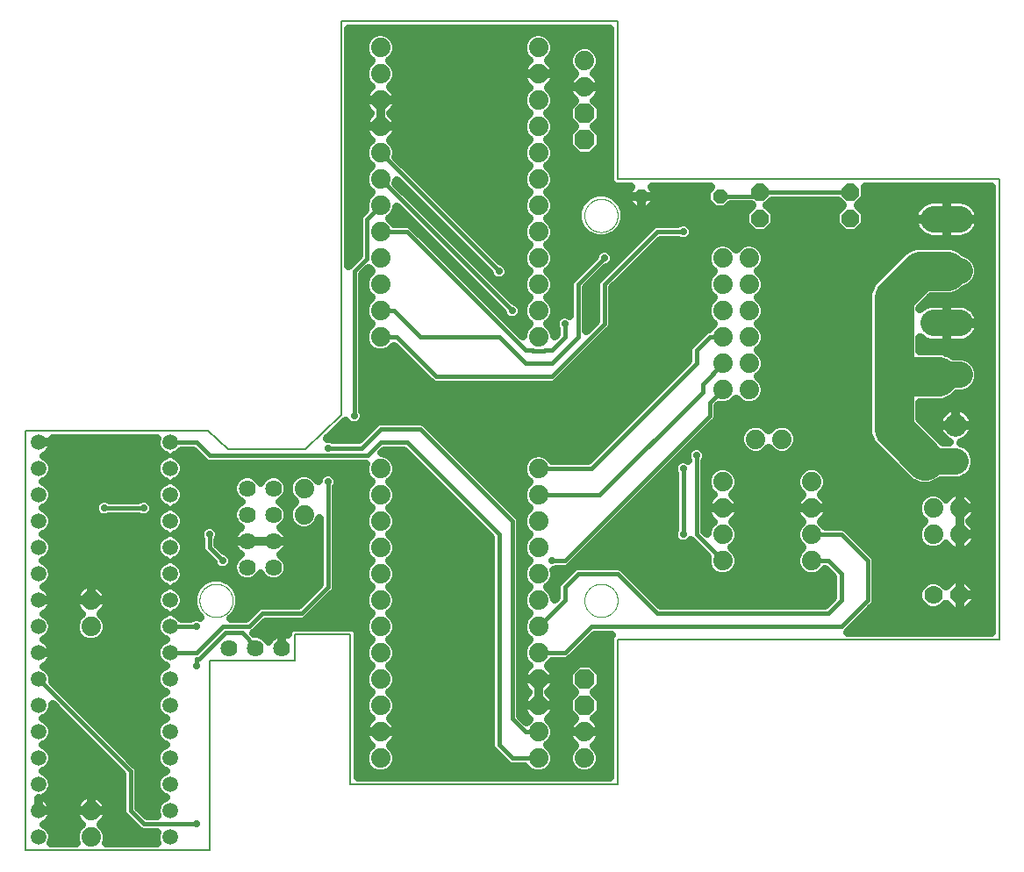
<source format=gbl>
G75*
%MOIN*%
%OFA0B0*%
%FSLAX25Y25*%
%IPPOS*%
%LPD*%
%AMOC8*
5,1,8,0,0,1.08239X$1,22.5*
%
%ADD10C,0.00600*%
%ADD11C,0.00000*%
%ADD12C,0.05943*%
%ADD13C,0.06400*%
%ADD14C,0.07400*%
%ADD15C,0.09900*%
%ADD16C,0.08600*%
%ADD17OC8,0.07600*%
%ADD18OC8,0.07000*%
%ADD19C,0.07000*%
%ADD20OC8,0.06600*%
%ADD21OC8,0.05600*%
%ADD22C,0.03200*%
%ADD23C,0.01600*%
%ADD24C,0.02778*%
%ADD25C,0.15000*%
%ADD26C,0.10000*%
%ADD27C,0.01200*%
D10*
X0003000Y0003000D02*
X0073000Y0003000D01*
X0073000Y0074750D01*
X0073000Y0075000D02*
X0105500Y0075000D01*
X0105500Y0085000D01*
X0126500Y0085000D01*
X0126500Y0028000D01*
X0228000Y0028000D01*
X0228000Y0083000D01*
X0373000Y0083000D01*
X0373000Y0258000D01*
X0228000Y0258000D01*
X0228000Y0318000D01*
X0123000Y0318000D01*
X0123000Y0168500D01*
X0109500Y0155500D01*
X0080000Y0155500D01*
X0072500Y0162500D01*
X0003000Y0162500D01*
X0003000Y0003000D01*
D11*
X0069201Y0098000D02*
X0069203Y0098158D01*
X0069209Y0098316D01*
X0069219Y0098474D01*
X0069233Y0098632D01*
X0069251Y0098789D01*
X0069272Y0098946D01*
X0069298Y0099102D01*
X0069328Y0099258D01*
X0069361Y0099413D01*
X0069399Y0099566D01*
X0069440Y0099719D01*
X0069485Y0099871D01*
X0069534Y0100022D01*
X0069587Y0100171D01*
X0069643Y0100319D01*
X0069703Y0100465D01*
X0069767Y0100610D01*
X0069835Y0100753D01*
X0069906Y0100895D01*
X0069980Y0101035D01*
X0070058Y0101172D01*
X0070140Y0101308D01*
X0070224Y0101442D01*
X0070313Y0101573D01*
X0070404Y0101702D01*
X0070499Y0101829D01*
X0070596Y0101954D01*
X0070697Y0102076D01*
X0070801Y0102195D01*
X0070908Y0102312D01*
X0071018Y0102426D01*
X0071131Y0102537D01*
X0071246Y0102646D01*
X0071364Y0102751D01*
X0071485Y0102853D01*
X0071608Y0102953D01*
X0071734Y0103049D01*
X0071862Y0103142D01*
X0071992Y0103232D01*
X0072125Y0103318D01*
X0072260Y0103402D01*
X0072396Y0103481D01*
X0072535Y0103558D01*
X0072676Y0103630D01*
X0072818Y0103700D01*
X0072962Y0103765D01*
X0073108Y0103827D01*
X0073255Y0103885D01*
X0073404Y0103940D01*
X0073554Y0103991D01*
X0073705Y0104038D01*
X0073857Y0104081D01*
X0074010Y0104120D01*
X0074165Y0104156D01*
X0074320Y0104187D01*
X0074476Y0104215D01*
X0074632Y0104239D01*
X0074789Y0104259D01*
X0074947Y0104275D01*
X0075104Y0104287D01*
X0075263Y0104295D01*
X0075421Y0104299D01*
X0075579Y0104299D01*
X0075737Y0104295D01*
X0075896Y0104287D01*
X0076053Y0104275D01*
X0076211Y0104259D01*
X0076368Y0104239D01*
X0076524Y0104215D01*
X0076680Y0104187D01*
X0076835Y0104156D01*
X0076990Y0104120D01*
X0077143Y0104081D01*
X0077295Y0104038D01*
X0077446Y0103991D01*
X0077596Y0103940D01*
X0077745Y0103885D01*
X0077892Y0103827D01*
X0078038Y0103765D01*
X0078182Y0103700D01*
X0078324Y0103630D01*
X0078465Y0103558D01*
X0078604Y0103481D01*
X0078740Y0103402D01*
X0078875Y0103318D01*
X0079008Y0103232D01*
X0079138Y0103142D01*
X0079266Y0103049D01*
X0079392Y0102953D01*
X0079515Y0102853D01*
X0079636Y0102751D01*
X0079754Y0102646D01*
X0079869Y0102537D01*
X0079982Y0102426D01*
X0080092Y0102312D01*
X0080199Y0102195D01*
X0080303Y0102076D01*
X0080404Y0101954D01*
X0080501Y0101829D01*
X0080596Y0101702D01*
X0080687Y0101573D01*
X0080776Y0101442D01*
X0080860Y0101308D01*
X0080942Y0101172D01*
X0081020Y0101035D01*
X0081094Y0100895D01*
X0081165Y0100753D01*
X0081233Y0100610D01*
X0081297Y0100465D01*
X0081357Y0100319D01*
X0081413Y0100171D01*
X0081466Y0100022D01*
X0081515Y0099871D01*
X0081560Y0099719D01*
X0081601Y0099566D01*
X0081639Y0099413D01*
X0081672Y0099258D01*
X0081702Y0099102D01*
X0081728Y0098946D01*
X0081749Y0098789D01*
X0081767Y0098632D01*
X0081781Y0098474D01*
X0081791Y0098316D01*
X0081797Y0098158D01*
X0081799Y0098000D01*
X0081797Y0097842D01*
X0081791Y0097684D01*
X0081781Y0097526D01*
X0081767Y0097368D01*
X0081749Y0097211D01*
X0081728Y0097054D01*
X0081702Y0096898D01*
X0081672Y0096742D01*
X0081639Y0096587D01*
X0081601Y0096434D01*
X0081560Y0096281D01*
X0081515Y0096129D01*
X0081466Y0095978D01*
X0081413Y0095829D01*
X0081357Y0095681D01*
X0081297Y0095535D01*
X0081233Y0095390D01*
X0081165Y0095247D01*
X0081094Y0095105D01*
X0081020Y0094965D01*
X0080942Y0094828D01*
X0080860Y0094692D01*
X0080776Y0094558D01*
X0080687Y0094427D01*
X0080596Y0094298D01*
X0080501Y0094171D01*
X0080404Y0094046D01*
X0080303Y0093924D01*
X0080199Y0093805D01*
X0080092Y0093688D01*
X0079982Y0093574D01*
X0079869Y0093463D01*
X0079754Y0093354D01*
X0079636Y0093249D01*
X0079515Y0093147D01*
X0079392Y0093047D01*
X0079266Y0092951D01*
X0079138Y0092858D01*
X0079008Y0092768D01*
X0078875Y0092682D01*
X0078740Y0092598D01*
X0078604Y0092519D01*
X0078465Y0092442D01*
X0078324Y0092370D01*
X0078182Y0092300D01*
X0078038Y0092235D01*
X0077892Y0092173D01*
X0077745Y0092115D01*
X0077596Y0092060D01*
X0077446Y0092009D01*
X0077295Y0091962D01*
X0077143Y0091919D01*
X0076990Y0091880D01*
X0076835Y0091844D01*
X0076680Y0091813D01*
X0076524Y0091785D01*
X0076368Y0091761D01*
X0076211Y0091741D01*
X0076053Y0091725D01*
X0075896Y0091713D01*
X0075737Y0091705D01*
X0075579Y0091701D01*
X0075421Y0091701D01*
X0075263Y0091705D01*
X0075104Y0091713D01*
X0074947Y0091725D01*
X0074789Y0091741D01*
X0074632Y0091761D01*
X0074476Y0091785D01*
X0074320Y0091813D01*
X0074165Y0091844D01*
X0074010Y0091880D01*
X0073857Y0091919D01*
X0073705Y0091962D01*
X0073554Y0092009D01*
X0073404Y0092060D01*
X0073255Y0092115D01*
X0073108Y0092173D01*
X0072962Y0092235D01*
X0072818Y0092300D01*
X0072676Y0092370D01*
X0072535Y0092442D01*
X0072396Y0092519D01*
X0072260Y0092598D01*
X0072125Y0092682D01*
X0071992Y0092768D01*
X0071862Y0092858D01*
X0071734Y0092951D01*
X0071608Y0093047D01*
X0071485Y0093147D01*
X0071364Y0093249D01*
X0071246Y0093354D01*
X0071131Y0093463D01*
X0071018Y0093574D01*
X0070908Y0093688D01*
X0070801Y0093805D01*
X0070697Y0093924D01*
X0070596Y0094046D01*
X0070499Y0094171D01*
X0070404Y0094298D01*
X0070313Y0094427D01*
X0070224Y0094558D01*
X0070140Y0094692D01*
X0070058Y0094828D01*
X0069980Y0094965D01*
X0069906Y0095105D01*
X0069835Y0095247D01*
X0069767Y0095390D01*
X0069703Y0095535D01*
X0069643Y0095681D01*
X0069587Y0095829D01*
X0069534Y0095978D01*
X0069485Y0096129D01*
X0069440Y0096281D01*
X0069399Y0096434D01*
X0069361Y0096587D01*
X0069328Y0096742D01*
X0069298Y0096898D01*
X0069272Y0097054D01*
X0069251Y0097211D01*
X0069233Y0097368D01*
X0069219Y0097526D01*
X0069209Y0097684D01*
X0069203Y0097842D01*
X0069201Y0098000D01*
X0215451Y0098000D02*
X0215453Y0098158D01*
X0215459Y0098316D01*
X0215469Y0098474D01*
X0215483Y0098632D01*
X0215501Y0098789D01*
X0215522Y0098946D01*
X0215548Y0099102D01*
X0215578Y0099258D01*
X0215611Y0099413D01*
X0215649Y0099566D01*
X0215690Y0099719D01*
X0215735Y0099871D01*
X0215784Y0100022D01*
X0215837Y0100171D01*
X0215893Y0100319D01*
X0215953Y0100465D01*
X0216017Y0100610D01*
X0216085Y0100753D01*
X0216156Y0100895D01*
X0216230Y0101035D01*
X0216308Y0101172D01*
X0216390Y0101308D01*
X0216474Y0101442D01*
X0216563Y0101573D01*
X0216654Y0101702D01*
X0216749Y0101829D01*
X0216846Y0101954D01*
X0216947Y0102076D01*
X0217051Y0102195D01*
X0217158Y0102312D01*
X0217268Y0102426D01*
X0217381Y0102537D01*
X0217496Y0102646D01*
X0217614Y0102751D01*
X0217735Y0102853D01*
X0217858Y0102953D01*
X0217984Y0103049D01*
X0218112Y0103142D01*
X0218242Y0103232D01*
X0218375Y0103318D01*
X0218510Y0103402D01*
X0218646Y0103481D01*
X0218785Y0103558D01*
X0218926Y0103630D01*
X0219068Y0103700D01*
X0219212Y0103765D01*
X0219358Y0103827D01*
X0219505Y0103885D01*
X0219654Y0103940D01*
X0219804Y0103991D01*
X0219955Y0104038D01*
X0220107Y0104081D01*
X0220260Y0104120D01*
X0220415Y0104156D01*
X0220570Y0104187D01*
X0220726Y0104215D01*
X0220882Y0104239D01*
X0221039Y0104259D01*
X0221197Y0104275D01*
X0221354Y0104287D01*
X0221513Y0104295D01*
X0221671Y0104299D01*
X0221829Y0104299D01*
X0221987Y0104295D01*
X0222146Y0104287D01*
X0222303Y0104275D01*
X0222461Y0104259D01*
X0222618Y0104239D01*
X0222774Y0104215D01*
X0222930Y0104187D01*
X0223085Y0104156D01*
X0223240Y0104120D01*
X0223393Y0104081D01*
X0223545Y0104038D01*
X0223696Y0103991D01*
X0223846Y0103940D01*
X0223995Y0103885D01*
X0224142Y0103827D01*
X0224288Y0103765D01*
X0224432Y0103700D01*
X0224574Y0103630D01*
X0224715Y0103558D01*
X0224854Y0103481D01*
X0224990Y0103402D01*
X0225125Y0103318D01*
X0225258Y0103232D01*
X0225388Y0103142D01*
X0225516Y0103049D01*
X0225642Y0102953D01*
X0225765Y0102853D01*
X0225886Y0102751D01*
X0226004Y0102646D01*
X0226119Y0102537D01*
X0226232Y0102426D01*
X0226342Y0102312D01*
X0226449Y0102195D01*
X0226553Y0102076D01*
X0226654Y0101954D01*
X0226751Y0101829D01*
X0226846Y0101702D01*
X0226937Y0101573D01*
X0227026Y0101442D01*
X0227110Y0101308D01*
X0227192Y0101172D01*
X0227270Y0101035D01*
X0227344Y0100895D01*
X0227415Y0100753D01*
X0227483Y0100610D01*
X0227547Y0100465D01*
X0227607Y0100319D01*
X0227663Y0100171D01*
X0227716Y0100022D01*
X0227765Y0099871D01*
X0227810Y0099719D01*
X0227851Y0099566D01*
X0227889Y0099413D01*
X0227922Y0099258D01*
X0227952Y0099102D01*
X0227978Y0098946D01*
X0227999Y0098789D01*
X0228017Y0098632D01*
X0228031Y0098474D01*
X0228041Y0098316D01*
X0228047Y0098158D01*
X0228049Y0098000D01*
X0228047Y0097842D01*
X0228041Y0097684D01*
X0228031Y0097526D01*
X0228017Y0097368D01*
X0227999Y0097211D01*
X0227978Y0097054D01*
X0227952Y0096898D01*
X0227922Y0096742D01*
X0227889Y0096587D01*
X0227851Y0096434D01*
X0227810Y0096281D01*
X0227765Y0096129D01*
X0227716Y0095978D01*
X0227663Y0095829D01*
X0227607Y0095681D01*
X0227547Y0095535D01*
X0227483Y0095390D01*
X0227415Y0095247D01*
X0227344Y0095105D01*
X0227270Y0094965D01*
X0227192Y0094828D01*
X0227110Y0094692D01*
X0227026Y0094558D01*
X0226937Y0094427D01*
X0226846Y0094298D01*
X0226751Y0094171D01*
X0226654Y0094046D01*
X0226553Y0093924D01*
X0226449Y0093805D01*
X0226342Y0093688D01*
X0226232Y0093574D01*
X0226119Y0093463D01*
X0226004Y0093354D01*
X0225886Y0093249D01*
X0225765Y0093147D01*
X0225642Y0093047D01*
X0225516Y0092951D01*
X0225388Y0092858D01*
X0225258Y0092768D01*
X0225125Y0092682D01*
X0224990Y0092598D01*
X0224854Y0092519D01*
X0224715Y0092442D01*
X0224574Y0092370D01*
X0224432Y0092300D01*
X0224288Y0092235D01*
X0224142Y0092173D01*
X0223995Y0092115D01*
X0223846Y0092060D01*
X0223696Y0092009D01*
X0223545Y0091962D01*
X0223393Y0091919D01*
X0223240Y0091880D01*
X0223085Y0091844D01*
X0222930Y0091813D01*
X0222774Y0091785D01*
X0222618Y0091761D01*
X0222461Y0091741D01*
X0222303Y0091725D01*
X0222146Y0091713D01*
X0221987Y0091705D01*
X0221829Y0091701D01*
X0221671Y0091701D01*
X0221513Y0091705D01*
X0221354Y0091713D01*
X0221197Y0091725D01*
X0221039Y0091741D01*
X0220882Y0091761D01*
X0220726Y0091785D01*
X0220570Y0091813D01*
X0220415Y0091844D01*
X0220260Y0091880D01*
X0220107Y0091919D01*
X0219955Y0091962D01*
X0219804Y0092009D01*
X0219654Y0092060D01*
X0219505Y0092115D01*
X0219358Y0092173D01*
X0219212Y0092235D01*
X0219068Y0092300D01*
X0218926Y0092370D01*
X0218785Y0092442D01*
X0218646Y0092519D01*
X0218510Y0092598D01*
X0218375Y0092682D01*
X0218242Y0092768D01*
X0218112Y0092858D01*
X0217984Y0092951D01*
X0217858Y0093047D01*
X0217735Y0093147D01*
X0217614Y0093249D01*
X0217496Y0093354D01*
X0217381Y0093463D01*
X0217268Y0093574D01*
X0217158Y0093688D01*
X0217051Y0093805D01*
X0216947Y0093924D01*
X0216846Y0094046D01*
X0216749Y0094171D01*
X0216654Y0094298D01*
X0216563Y0094427D01*
X0216474Y0094558D01*
X0216390Y0094692D01*
X0216308Y0094828D01*
X0216230Y0094965D01*
X0216156Y0095105D01*
X0216085Y0095247D01*
X0216017Y0095390D01*
X0215953Y0095535D01*
X0215893Y0095681D01*
X0215837Y0095829D01*
X0215784Y0095978D01*
X0215735Y0096129D01*
X0215690Y0096281D01*
X0215649Y0096434D01*
X0215611Y0096587D01*
X0215578Y0096742D01*
X0215548Y0096898D01*
X0215522Y0097054D01*
X0215501Y0097211D01*
X0215483Y0097368D01*
X0215469Y0097526D01*
X0215459Y0097684D01*
X0215453Y0097842D01*
X0215451Y0098000D01*
X0215451Y0244250D02*
X0215453Y0244408D01*
X0215459Y0244566D01*
X0215469Y0244724D01*
X0215483Y0244882D01*
X0215501Y0245039D01*
X0215522Y0245196D01*
X0215548Y0245352D01*
X0215578Y0245508D01*
X0215611Y0245663D01*
X0215649Y0245816D01*
X0215690Y0245969D01*
X0215735Y0246121D01*
X0215784Y0246272D01*
X0215837Y0246421D01*
X0215893Y0246569D01*
X0215953Y0246715D01*
X0216017Y0246860D01*
X0216085Y0247003D01*
X0216156Y0247145D01*
X0216230Y0247285D01*
X0216308Y0247422D01*
X0216390Y0247558D01*
X0216474Y0247692D01*
X0216563Y0247823D01*
X0216654Y0247952D01*
X0216749Y0248079D01*
X0216846Y0248204D01*
X0216947Y0248326D01*
X0217051Y0248445D01*
X0217158Y0248562D01*
X0217268Y0248676D01*
X0217381Y0248787D01*
X0217496Y0248896D01*
X0217614Y0249001D01*
X0217735Y0249103D01*
X0217858Y0249203D01*
X0217984Y0249299D01*
X0218112Y0249392D01*
X0218242Y0249482D01*
X0218375Y0249568D01*
X0218510Y0249652D01*
X0218646Y0249731D01*
X0218785Y0249808D01*
X0218926Y0249880D01*
X0219068Y0249950D01*
X0219212Y0250015D01*
X0219358Y0250077D01*
X0219505Y0250135D01*
X0219654Y0250190D01*
X0219804Y0250241D01*
X0219955Y0250288D01*
X0220107Y0250331D01*
X0220260Y0250370D01*
X0220415Y0250406D01*
X0220570Y0250437D01*
X0220726Y0250465D01*
X0220882Y0250489D01*
X0221039Y0250509D01*
X0221197Y0250525D01*
X0221354Y0250537D01*
X0221513Y0250545D01*
X0221671Y0250549D01*
X0221829Y0250549D01*
X0221987Y0250545D01*
X0222146Y0250537D01*
X0222303Y0250525D01*
X0222461Y0250509D01*
X0222618Y0250489D01*
X0222774Y0250465D01*
X0222930Y0250437D01*
X0223085Y0250406D01*
X0223240Y0250370D01*
X0223393Y0250331D01*
X0223545Y0250288D01*
X0223696Y0250241D01*
X0223846Y0250190D01*
X0223995Y0250135D01*
X0224142Y0250077D01*
X0224288Y0250015D01*
X0224432Y0249950D01*
X0224574Y0249880D01*
X0224715Y0249808D01*
X0224854Y0249731D01*
X0224990Y0249652D01*
X0225125Y0249568D01*
X0225258Y0249482D01*
X0225388Y0249392D01*
X0225516Y0249299D01*
X0225642Y0249203D01*
X0225765Y0249103D01*
X0225886Y0249001D01*
X0226004Y0248896D01*
X0226119Y0248787D01*
X0226232Y0248676D01*
X0226342Y0248562D01*
X0226449Y0248445D01*
X0226553Y0248326D01*
X0226654Y0248204D01*
X0226751Y0248079D01*
X0226846Y0247952D01*
X0226937Y0247823D01*
X0227026Y0247692D01*
X0227110Y0247558D01*
X0227192Y0247422D01*
X0227270Y0247285D01*
X0227344Y0247145D01*
X0227415Y0247003D01*
X0227483Y0246860D01*
X0227547Y0246715D01*
X0227607Y0246569D01*
X0227663Y0246421D01*
X0227716Y0246272D01*
X0227765Y0246121D01*
X0227810Y0245969D01*
X0227851Y0245816D01*
X0227889Y0245663D01*
X0227922Y0245508D01*
X0227952Y0245352D01*
X0227978Y0245196D01*
X0227999Y0245039D01*
X0228017Y0244882D01*
X0228031Y0244724D01*
X0228041Y0244566D01*
X0228047Y0244408D01*
X0228049Y0244250D01*
X0228047Y0244092D01*
X0228041Y0243934D01*
X0228031Y0243776D01*
X0228017Y0243618D01*
X0227999Y0243461D01*
X0227978Y0243304D01*
X0227952Y0243148D01*
X0227922Y0242992D01*
X0227889Y0242837D01*
X0227851Y0242684D01*
X0227810Y0242531D01*
X0227765Y0242379D01*
X0227716Y0242228D01*
X0227663Y0242079D01*
X0227607Y0241931D01*
X0227547Y0241785D01*
X0227483Y0241640D01*
X0227415Y0241497D01*
X0227344Y0241355D01*
X0227270Y0241215D01*
X0227192Y0241078D01*
X0227110Y0240942D01*
X0227026Y0240808D01*
X0226937Y0240677D01*
X0226846Y0240548D01*
X0226751Y0240421D01*
X0226654Y0240296D01*
X0226553Y0240174D01*
X0226449Y0240055D01*
X0226342Y0239938D01*
X0226232Y0239824D01*
X0226119Y0239713D01*
X0226004Y0239604D01*
X0225886Y0239499D01*
X0225765Y0239397D01*
X0225642Y0239297D01*
X0225516Y0239201D01*
X0225388Y0239108D01*
X0225258Y0239018D01*
X0225125Y0238932D01*
X0224990Y0238848D01*
X0224854Y0238769D01*
X0224715Y0238692D01*
X0224574Y0238620D01*
X0224432Y0238550D01*
X0224288Y0238485D01*
X0224142Y0238423D01*
X0223995Y0238365D01*
X0223846Y0238310D01*
X0223696Y0238259D01*
X0223545Y0238212D01*
X0223393Y0238169D01*
X0223240Y0238130D01*
X0223085Y0238094D01*
X0222930Y0238063D01*
X0222774Y0238035D01*
X0222618Y0238011D01*
X0222461Y0237991D01*
X0222303Y0237975D01*
X0222146Y0237963D01*
X0221987Y0237955D01*
X0221829Y0237951D01*
X0221671Y0237951D01*
X0221513Y0237955D01*
X0221354Y0237963D01*
X0221197Y0237975D01*
X0221039Y0237991D01*
X0220882Y0238011D01*
X0220726Y0238035D01*
X0220570Y0238063D01*
X0220415Y0238094D01*
X0220260Y0238130D01*
X0220107Y0238169D01*
X0219955Y0238212D01*
X0219804Y0238259D01*
X0219654Y0238310D01*
X0219505Y0238365D01*
X0219358Y0238423D01*
X0219212Y0238485D01*
X0219068Y0238550D01*
X0218926Y0238620D01*
X0218785Y0238692D01*
X0218646Y0238769D01*
X0218510Y0238848D01*
X0218375Y0238932D01*
X0218242Y0239018D01*
X0218112Y0239108D01*
X0217984Y0239201D01*
X0217858Y0239297D01*
X0217735Y0239397D01*
X0217614Y0239499D01*
X0217496Y0239604D01*
X0217381Y0239713D01*
X0217268Y0239824D01*
X0217158Y0239938D01*
X0217051Y0240055D01*
X0216947Y0240174D01*
X0216846Y0240296D01*
X0216749Y0240421D01*
X0216654Y0240548D01*
X0216563Y0240677D01*
X0216474Y0240808D01*
X0216390Y0240942D01*
X0216308Y0241078D01*
X0216230Y0241215D01*
X0216156Y0241355D01*
X0216085Y0241497D01*
X0216017Y0241640D01*
X0215953Y0241785D01*
X0215893Y0241931D01*
X0215837Y0242079D01*
X0215784Y0242228D01*
X0215735Y0242379D01*
X0215690Y0242531D01*
X0215649Y0242684D01*
X0215611Y0242837D01*
X0215578Y0242992D01*
X0215548Y0243148D01*
X0215522Y0243304D01*
X0215501Y0243461D01*
X0215483Y0243618D01*
X0215469Y0243776D01*
X0215459Y0243934D01*
X0215453Y0244092D01*
X0215451Y0244250D01*
D12*
X0058000Y0158000D03*
X0058000Y0148000D03*
X0058000Y0138000D03*
X0058000Y0128000D03*
X0058000Y0118000D03*
X0058000Y0108000D03*
X0058000Y0098000D03*
X0058000Y0088000D03*
X0058000Y0078000D03*
X0058000Y0068000D03*
X0058000Y0058000D03*
X0058000Y0048000D03*
X0058000Y0038000D03*
X0058000Y0028000D03*
X0058000Y0018000D03*
X0058000Y0008000D03*
X0008000Y0008000D03*
X0008000Y0018000D03*
X0008000Y0028000D03*
X0008000Y0038000D03*
X0008000Y0048000D03*
X0008000Y0058000D03*
X0008000Y0068000D03*
X0008000Y0078000D03*
X0008000Y0088000D03*
X0008000Y0098000D03*
X0008000Y0108000D03*
X0008000Y0118000D03*
X0008000Y0128000D03*
X0008000Y0138000D03*
X0008000Y0148000D03*
X0008000Y0158000D03*
D13*
X0087375Y0140500D03*
X0097375Y0140500D03*
X0097375Y0130500D03*
X0087375Y0130500D03*
X0087375Y0120500D03*
X0097375Y0120500D03*
X0097375Y0110500D03*
X0087375Y0110500D03*
X0090500Y0079875D03*
X0080500Y0079875D03*
X0100500Y0079875D03*
D14*
X0138000Y0078000D03*
X0138000Y0068000D03*
X0138000Y0058000D03*
X0138000Y0048000D03*
X0138000Y0038000D03*
X0138000Y0088000D03*
X0138000Y0098000D03*
X0138000Y0108000D03*
X0138000Y0118000D03*
X0138000Y0128000D03*
X0138000Y0138000D03*
X0138000Y0148000D03*
X0109000Y0140500D03*
X0109000Y0130500D03*
X0028000Y0098000D03*
X0028000Y0088000D03*
X0028000Y0018000D03*
X0028000Y0008000D03*
X0198000Y0038000D03*
X0198000Y0048000D03*
X0198000Y0058000D03*
X0198000Y0068000D03*
X0198000Y0078000D03*
X0198000Y0088000D03*
X0198000Y0098000D03*
X0198000Y0108000D03*
X0198000Y0118000D03*
X0198000Y0128000D03*
X0198000Y0138000D03*
X0198000Y0148000D03*
X0198000Y0198000D03*
X0198000Y0208000D03*
X0198000Y0218000D03*
X0198000Y0228000D03*
X0198000Y0238000D03*
X0198000Y0248000D03*
X0198000Y0258000D03*
X0198000Y0268000D03*
X0198000Y0278000D03*
X0198000Y0288000D03*
X0198000Y0298000D03*
X0198000Y0308000D03*
X0215500Y0303000D03*
X0215500Y0293000D03*
X0138000Y0288000D03*
X0138000Y0278000D03*
X0138000Y0268000D03*
X0138000Y0258000D03*
X0138000Y0248000D03*
X0138000Y0238000D03*
X0138000Y0228000D03*
X0138000Y0218000D03*
X0138000Y0208000D03*
X0138000Y0198000D03*
X0138000Y0298000D03*
X0138000Y0308000D03*
X0268000Y0228000D03*
X0278000Y0228000D03*
X0278000Y0218000D03*
X0268000Y0218000D03*
X0268000Y0208000D03*
X0278000Y0208000D03*
X0278000Y0198000D03*
X0268000Y0198000D03*
X0268000Y0188000D03*
X0278000Y0188000D03*
X0278000Y0178000D03*
X0268000Y0178000D03*
X0280500Y0159250D03*
X0290500Y0159250D03*
X0301750Y0143000D03*
X0301750Y0133000D03*
X0301750Y0123000D03*
X0301750Y0113000D03*
X0268000Y0113000D03*
X0268000Y0123000D03*
X0268000Y0133000D03*
X0268000Y0143000D03*
X0348000Y0133000D03*
X0358000Y0133000D03*
X0358000Y0123000D03*
X0348000Y0123000D03*
X0215500Y0048000D03*
X0215500Y0038000D03*
D15*
X0348050Y0183657D02*
X0357950Y0183657D01*
X0357950Y0203343D02*
X0348050Y0203343D01*
X0348050Y0223157D02*
X0357950Y0223157D01*
X0357950Y0242843D02*
X0348050Y0242843D01*
D16*
X0356500Y0164587D03*
X0356500Y0150807D03*
D17*
X0215500Y0068000D03*
X0215500Y0058000D03*
X0215500Y0273000D03*
X0215500Y0283000D03*
D18*
X0358000Y0100000D03*
D19*
X0348000Y0100000D03*
D20*
X0316500Y0243000D03*
X0316500Y0253000D03*
X0282000Y0253000D03*
X0282000Y0243000D03*
D21*
X0267000Y0251500D03*
X0237000Y0251500D03*
D22*
X0242400Y0251500D01*
X0242400Y0253737D01*
X0241037Y0255100D01*
X0263388Y0255100D01*
X0261900Y0253612D01*
X0261900Y0249388D01*
X0264888Y0246400D01*
X0269112Y0246400D01*
X0271112Y0248400D01*
X0278680Y0248400D01*
X0279080Y0248000D01*
X0276400Y0245320D01*
X0276400Y0240680D01*
X0279680Y0237400D01*
X0284320Y0237400D01*
X0287600Y0240680D01*
X0287600Y0245320D01*
X0284920Y0248000D01*
X0286820Y0249900D01*
X0311680Y0249900D01*
X0313580Y0248000D01*
X0310900Y0245320D01*
X0310900Y0240680D01*
X0314180Y0237400D01*
X0318820Y0237400D01*
X0322100Y0240680D01*
X0322100Y0245320D01*
X0319420Y0248000D01*
X0322100Y0250680D01*
X0322100Y0255100D01*
X0370100Y0255100D01*
X0370100Y0085900D01*
X0315284Y0085900D01*
X0324756Y0095372D01*
X0325628Y0096244D01*
X0326100Y0097383D01*
X0326100Y0113617D01*
X0325628Y0114756D01*
X0315628Y0124756D01*
X0314756Y0125628D01*
X0313617Y0126100D01*
X0306960Y0126100D01*
X0306837Y0126399D01*
X0305383Y0127852D01*
X0305854Y0128195D01*
X0306555Y0128896D01*
X0307138Y0129698D01*
X0307588Y0130582D01*
X0307895Y0131525D01*
X0308050Y0132504D01*
X0308050Y0133000D01*
X0308050Y0133496D01*
X0307895Y0134475D01*
X0307588Y0135418D01*
X0307138Y0136302D01*
X0306555Y0137104D01*
X0305854Y0137805D01*
X0305383Y0138148D01*
X0306837Y0139601D01*
X0307750Y0141807D01*
X0307750Y0144193D01*
X0306837Y0146399D01*
X0305149Y0148087D01*
X0302943Y0149000D01*
X0300557Y0149000D01*
X0298351Y0148087D01*
X0296663Y0146399D01*
X0295750Y0144193D01*
X0295750Y0141807D01*
X0296663Y0139601D01*
X0298117Y0138148D01*
X0297646Y0137805D01*
X0296945Y0137104D01*
X0296362Y0136302D01*
X0295912Y0135418D01*
X0295605Y0134475D01*
X0295450Y0133496D01*
X0295450Y0133000D01*
X0301750Y0133000D01*
X0308050Y0133000D01*
X0301750Y0133000D01*
X0301750Y0133000D01*
X0301750Y0133000D01*
X0295450Y0133000D01*
X0295450Y0132504D01*
X0295605Y0131525D01*
X0295912Y0130582D01*
X0296362Y0129698D01*
X0296945Y0128896D01*
X0297646Y0128195D01*
X0298117Y0127852D01*
X0296663Y0126399D01*
X0295750Y0124193D01*
X0295750Y0121807D01*
X0296663Y0119601D01*
X0298265Y0118000D01*
X0296663Y0116399D01*
X0295750Y0114193D01*
X0295750Y0111807D01*
X0296663Y0109601D01*
X0298351Y0107913D01*
X0300557Y0107000D01*
X0302943Y0107000D01*
X0305149Y0107913D01*
X0306837Y0109601D01*
X0306889Y0109727D01*
X0309900Y0106716D01*
X0309900Y0099284D01*
X0306716Y0096100D01*
X0244284Y0096100D01*
X0230628Y0109756D01*
X0229756Y0110628D01*
X0228617Y0111100D01*
X0212383Y0111100D01*
X0211244Y0110628D01*
X0206244Y0105628D01*
X0205372Y0104756D01*
X0204900Y0103617D01*
X0204900Y0099284D01*
X0204000Y0098384D01*
X0204000Y0099193D01*
X0203087Y0101399D01*
X0201485Y0103000D01*
X0203087Y0104601D01*
X0204000Y0106807D01*
X0204000Y0109193D01*
X0203919Y0109388D01*
X0205090Y0109873D01*
X0205117Y0109900D01*
X0208617Y0109900D01*
X0209756Y0110372D01*
X0264756Y0165372D01*
X0265628Y0166244D01*
X0266100Y0167383D01*
X0266100Y0171716D01*
X0266508Y0172124D01*
X0266807Y0172000D01*
X0269193Y0172000D01*
X0271399Y0172913D01*
X0273000Y0174515D01*
X0274601Y0172913D01*
X0276807Y0172000D01*
X0279193Y0172000D01*
X0281399Y0172913D01*
X0283087Y0174601D01*
X0284000Y0176807D01*
X0284000Y0179193D01*
X0283087Y0181399D01*
X0281485Y0183000D01*
X0283087Y0184601D01*
X0284000Y0186807D01*
X0284000Y0189193D01*
X0283087Y0191399D01*
X0281485Y0193000D01*
X0283087Y0194601D01*
X0284000Y0196807D01*
X0284000Y0199193D01*
X0283087Y0201399D01*
X0281485Y0203000D01*
X0283087Y0204601D01*
X0284000Y0206807D01*
X0284000Y0209193D01*
X0283087Y0211399D01*
X0281485Y0213000D01*
X0283087Y0214601D01*
X0284000Y0216807D01*
X0284000Y0219193D01*
X0283087Y0221399D01*
X0281485Y0223000D01*
X0283087Y0224601D01*
X0284000Y0226807D01*
X0284000Y0229193D01*
X0283087Y0231399D01*
X0281399Y0233087D01*
X0279193Y0234000D01*
X0276807Y0234000D01*
X0274601Y0233087D01*
X0273000Y0231485D01*
X0271399Y0233087D01*
X0269193Y0234000D01*
X0266807Y0234000D01*
X0264601Y0233087D01*
X0262913Y0231399D01*
X0262000Y0229193D01*
X0262000Y0226807D01*
X0262913Y0224601D01*
X0264515Y0223000D01*
X0262913Y0221399D01*
X0262000Y0219193D01*
X0262000Y0216807D01*
X0262913Y0214601D01*
X0264515Y0213000D01*
X0262913Y0211399D01*
X0262000Y0209193D01*
X0262000Y0206807D01*
X0262913Y0204601D01*
X0264515Y0203000D01*
X0262913Y0201399D01*
X0262790Y0201100D01*
X0262383Y0201100D01*
X0261244Y0200628D01*
X0260372Y0199756D01*
X0255372Y0194756D01*
X0254900Y0193617D01*
X0254900Y0189284D01*
X0216716Y0151100D01*
X0203210Y0151100D01*
X0203087Y0151399D01*
X0201399Y0153087D01*
X0199193Y0154000D01*
X0196807Y0154000D01*
X0194601Y0153087D01*
X0192913Y0151399D01*
X0192000Y0149193D01*
X0192000Y0146807D01*
X0192913Y0144601D01*
X0194515Y0143000D01*
X0192913Y0141399D01*
X0192000Y0139193D01*
X0192000Y0136807D01*
X0192913Y0134601D01*
X0194515Y0133000D01*
X0192913Y0131399D01*
X0192000Y0129193D01*
X0192000Y0126807D01*
X0192913Y0124601D01*
X0194515Y0123000D01*
X0192913Y0121399D01*
X0192000Y0119193D01*
X0192000Y0116807D01*
X0192913Y0114601D01*
X0194515Y0113000D01*
X0192913Y0111399D01*
X0192000Y0109193D01*
X0192000Y0106807D01*
X0192913Y0104601D01*
X0194515Y0103000D01*
X0192913Y0101399D01*
X0192000Y0099193D01*
X0192000Y0096807D01*
X0192913Y0094601D01*
X0194515Y0093000D01*
X0192913Y0091399D01*
X0192000Y0089193D01*
X0192000Y0086807D01*
X0192913Y0084601D01*
X0194515Y0083000D01*
X0192913Y0081399D01*
X0192000Y0079193D01*
X0192000Y0076807D01*
X0192913Y0074601D01*
X0194367Y0073148D01*
X0193896Y0072805D01*
X0193195Y0072104D01*
X0192612Y0071302D01*
X0192162Y0070418D01*
X0191855Y0069475D01*
X0191700Y0068496D01*
X0191700Y0068000D01*
X0198000Y0068000D01*
X0204300Y0068000D01*
X0204300Y0068496D01*
X0204145Y0069475D01*
X0203838Y0070418D01*
X0203388Y0071302D01*
X0202805Y0072104D01*
X0202104Y0072805D01*
X0201633Y0073148D01*
X0203087Y0074601D01*
X0203210Y0074900D01*
X0208617Y0074900D01*
X0209756Y0075372D01*
X0219284Y0084900D01*
X0225799Y0084900D01*
X0225541Y0084643D01*
X0225100Y0083577D01*
X0225100Y0030900D01*
X0129400Y0030900D01*
X0129400Y0085577D01*
X0128958Y0086643D01*
X0128143Y0087458D01*
X0127077Y0087900D01*
X0104923Y0087900D01*
X0103857Y0087458D01*
X0103041Y0086643D01*
X0102600Y0085577D01*
X0102600Y0085291D01*
X0101858Y0085532D01*
X0100956Y0085675D01*
X0100500Y0085675D01*
X0100500Y0079875D01*
X0100500Y0085675D01*
X0100044Y0085675D01*
X0099142Y0085532D01*
X0098274Y0085250D01*
X0097460Y0084836D01*
X0096722Y0084299D01*
X0096076Y0083654D01*
X0095539Y0082915D01*
X0095349Y0082541D01*
X0095163Y0082991D01*
X0093615Y0084538D01*
X0091594Y0085375D01*
X0090009Y0085375D01*
X0089884Y0085500D01*
X0094284Y0089900D01*
X0108617Y0089900D01*
X0109756Y0090372D01*
X0119756Y0100372D01*
X0120628Y0101244D01*
X0121100Y0102383D01*
X0121100Y0140883D01*
X0121127Y0140910D01*
X0121689Y0142266D01*
X0121689Y0143734D01*
X0121127Y0145090D01*
X0120090Y0146127D01*
X0118734Y0146689D01*
X0117266Y0146689D01*
X0115910Y0146127D01*
X0114873Y0145090D01*
X0114311Y0143734D01*
X0114311Y0143357D01*
X0114087Y0143899D01*
X0112399Y0145587D01*
X0110193Y0146500D01*
X0107807Y0146500D01*
X0105601Y0145587D01*
X0103913Y0143899D01*
X0103000Y0141693D01*
X0103000Y0139307D01*
X0103913Y0137101D01*
X0105515Y0135500D01*
X0103913Y0133899D01*
X0103000Y0131693D01*
X0103000Y0129307D01*
X0103913Y0127101D01*
X0105601Y0125413D01*
X0107807Y0124500D01*
X0110193Y0124500D01*
X0112399Y0125413D01*
X0114087Y0127101D01*
X0114900Y0129065D01*
X0114900Y0104284D01*
X0106716Y0096100D01*
X0092383Y0096100D01*
X0091244Y0095628D01*
X0090372Y0094756D01*
X0086716Y0091100D01*
X0081185Y0091100D01*
X0083044Y0092959D01*
X0084399Y0096230D01*
X0084399Y0099770D01*
X0083044Y0103041D01*
X0080541Y0105544D01*
X0077270Y0106899D01*
X0073730Y0106899D01*
X0070459Y0105544D01*
X0067956Y0103041D01*
X0066601Y0099770D01*
X0066601Y0096230D01*
X0067956Y0092959D01*
X0069573Y0091341D01*
X0068734Y0091689D01*
X0067266Y0091689D01*
X0065910Y0091127D01*
X0065883Y0091100D01*
X0062355Y0091100D01*
X0060986Y0092469D01*
X0059704Y0093000D01*
X0060986Y0093531D01*
X0062469Y0095014D01*
X0063272Y0096951D01*
X0063272Y0099049D01*
X0062469Y0100986D01*
X0060986Y0102469D01*
X0059704Y0103000D01*
X0060986Y0103531D01*
X0062469Y0105014D01*
X0063272Y0106951D01*
X0063272Y0109049D01*
X0062469Y0110986D01*
X0060986Y0112469D01*
X0059704Y0113000D01*
X0060986Y0113531D01*
X0062469Y0115014D01*
X0063272Y0116951D01*
X0063272Y0119049D01*
X0062469Y0120986D01*
X0060986Y0122469D01*
X0059704Y0123000D01*
X0060986Y0123531D01*
X0062469Y0125014D01*
X0063272Y0126951D01*
X0063272Y0129049D01*
X0062469Y0130986D01*
X0060986Y0132469D01*
X0059704Y0133000D01*
X0060986Y0133531D01*
X0062469Y0135014D01*
X0063272Y0136951D01*
X0063272Y0139049D01*
X0062469Y0140986D01*
X0060986Y0142469D01*
X0059704Y0143000D01*
X0060986Y0143531D01*
X0062469Y0145014D01*
X0063272Y0146951D01*
X0063272Y0149049D01*
X0062469Y0150986D01*
X0060986Y0152469D01*
X0059704Y0153000D01*
X0060986Y0153531D01*
X0062355Y0154900D01*
X0066716Y0154900D01*
X0070372Y0151244D01*
X0071244Y0150372D01*
X0072383Y0149900D01*
X0132293Y0149900D01*
X0132000Y0149193D01*
X0132000Y0146807D01*
X0132913Y0144601D01*
X0134515Y0143000D01*
X0132913Y0141399D01*
X0132000Y0139193D01*
X0132000Y0136807D01*
X0132913Y0134601D01*
X0134515Y0133000D01*
X0132913Y0131399D01*
X0132000Y0129193D01*
X0132000Y0126807D01*
X0132913Y0124601D01*
X0134515Y0123000D01*
X0132913Y0121399D01*
X0132000Y0119193D01*
X0132000Y0116807D01*
X0132913Y0114601D01*
X0134515Y0113000D01*
X0132913Y0111399D01*
X0132000Y0109193D01*
X0132000Y0106807D01*
X0132913Y0104601D01*
X0134515Y0103000D01*
X0132913Y0101399D01*
X0132000Y0099193D01*
X0132000Y0096807D01*
X0132913Y0094601D01*
X0134515Y0093000D01*
X0132913Y0091399D01*
X0132000Y0089193D01*
X0132000Y0086807D01*
X0132913Y0084601D01*
X0134515Y0083000D01*
X0132913Y0081399D01*
X0132000Y0079193D01*
X0132000Y0076807D01*
X0132913Y0074601D01*
X0134515Y0073000D01*
X0132913Y0071399D01*
X0132000Y0069193D01*
X0132000Y0066807D01*
X0132913Y0064601D01*
X0134515Y0063000D01*
X0132913Y0061399D01*
X0132000Y0059193D01*
X0132000Y0056807D01*
X0132913Y0054601D01*
X0134367Y0053148D01*
X0133896Y0052805D01*
X0133195Y0052104D01*
X0132612Y0051302D01*
X0132162Y0050418D01*
X0131855Y0049475D01*
X0131700Y0048496D01*
X0131700Y0048000D01*
X0138000Y0048000D01*
X0144300Y0048000D01*
X0144300Y0048496D01*
X0144145Y0049475D01*
X0143838Y0050418D01*
X0143388Y0051302D01*
X0142805Y0052104D01*
X0142104Y0052805D01*
X0141633Y0053148D01*
X0143087Y0054601D01*
X0144000Y0056807D01*
X0144000Y0059193D01*
X0143087Y0061399D01*
X0141485Y0063000D01*
X0143087Y0064601D01*
X0144000Y0066807D01*
X0144000Y0069193D01*
X0143087Y0071399D01*
X0141485Y0073000D01*
X0143087Y0074601D01*
X0144000Y0076807D01*
X0144000Y0079193D01*
X0143087Y0081399D01*
X0141485Y0083000D01*
X0143087Y0084601D01*
X0144000Y0086807D01*
X0144000Y0089193D01*
X0143087Y0091399D01*
X0141485Y0093000D01*
X0143087Y0094601D01*
X0144000Y0096807D01*
X0144000Y0099193D01*
X0143087Y0101399D01*
X0141485Y0103000D01*
X0143087Y0104601D01*
X0144000Y0106807D01*
X0144000Y0109193D01*
X0143087Y0111399D01*
X0141485Y0113000D01*
X0143087Y0114601D01*
X0144000Y0116807D01*
X0144000Y0119193D01*
X0143087Y0121399D01*
X0141485Y0123000D01*
X0143087Y0124601D01*
X0144000Y0126807D01*
X0144000Y0129193D01*
X0143087Y0131399D01*
X0141485Y0133000D01*
X0143087Y0134601D01*
X0144000Y0136807D01*
X0144000Y0139193D01*
X0143087Y0141399D01*
X0141485Y0143000D01*
X0143087Y0144601D01*
X0144000Y0146807D01*
X0144000Y0149193D01*
X0143087Y0151399D01*
X0141399Y0153087D01*
X0139193Y0154000D01*
X0138384Y0154000D01*
X0139284Y0154900D01*
X0146716Y0154900D01*
X0179900Y0121716D01*
X0179900Y0042383D01*
X0180372Y0041244D01*
X0186244Y0035372D01*
X0187383Y0034900D01*
X0192790Y0034900D01*
X0192913Y0034601D01*
X0194601Y0032913D01*
X0196807Y0032000D01*
X0199193Y0032000D01*
X0201399Y0032913D01*
X0203087Y0034601D01*
X0204000Y0036807D01*
X0204000Y0039193D01*
X0203087Y0041399D01*
X0201485Y0043000D01*
X0203087Y0044601D01*
X0204000Y0046807D01*
X0204000Y0049193D01*
X0203087Y0051399D01*
X0201633Y0052852D01*
X0202104Y0053195D01*
X0202805Y0053896D01*
X0203388Y0054698D01*
X0203838Y0055582D01*
X0204145Y0056525D01*
X0204300Y0057504D01*
X0204300Y0058000D01*
X0204300Y0058496D01*
X0204145Y0059475D01*
X0203838Y0060418D01*
X0203388Y0061302D01*
X0202805Y0062104D01*
X0202104Y0062805D01*
X0201836Y0063000D01*
X0202104Y0063195D01*
X0202805Y0063896D01*
X0203388Y0064698D01*
X0203838Y0065582D01*
X0204145Y0066525D01*
X0204300Y0067504D01*
X0204300Y0068000D01*
X0198000Y0068000D01*
X0198000Y0068000D01*
X0198000Y0068000D01*
X0198000Y0061700D01*
X0198000Y0058000D01*
X0204300Y0058000D01*
X0198000Y0058000D01*
X0198000Y0058000D01*
X0198000Y0058000D01*
X0198000Y0058000D01*
X0191700Y0058000D01*
X0191700Y0058496D01*
X0191855Y0059475D01*
X0192162Y0060418D01*
X0192612Y0061302D01*
X0193195Y0062104D01*
X0193896Y0062805D01*
X0194164Y0063000D01*
X0193896Y0063195D01*
X0193195Y0063896D01*
X0192612Y0064698D01*
X0192162Y0065582D01*
X0191855Y0066525D01*
X0191700Y0067504D01*
X0191700Y0068000D01*
X0198000Y0068000D01*
X0198000Y0068000D01*
X0198000Y0058000D01*
X0191700Y0058000D01*
X0191700Y0057504D01*
X0191855Y0056525D01*
X0192162Y0055582D01*
X0192612Y0054698D01*
X0193195Y0053896D01*
X0193896Y0053195D01*
X0194367Y0052852D01*
X0193449Y0051935D01*
X0191100Y0054284D01*
X0191100Y0128617D01*
X0190628Y0129756D01*
X0155628Y0164756D01*
X0154756Y0165628D01*
X0153617Y0166100D01*
X0137383Y0166100D01*
X0136244Y0165628D01*
X0135372Y0164756D01*
X0129605Y0158989D01*
X0120117Y0158989D01*
X0120090Y0159016D01*
X0118734Y0159578D01*
X0117916Y0159578D01*
X0124616Y0166031D01*
X0124643Y0166041D01*
X0124767Y0166166D01*
X0124873Y0165910D01*
X0125910Y0164873D01*
X0127266Y0164311D01*
X0128734Y0164311D01*
X0130090Y0164873D01*
X0131127Y0165910D01*
X0131689Y0167266D01*
X0131689Y0168734D01*
X0131127Y0170090D01*
X0131100Y0170117D01*
X0131100Y0221716D01*
X0133449Y0224065D01*
X0134515Y0223000D01*
X0132913Y0221399D01*
X0132000Y0219193D01*
X0132000Y0216807D01*
X0132913Y0214601D01*
X0134515Y0213000D01*
X0132913Y0211399D01*
X0132000Y0209193D01*
X0132000Y0206807D01*
X0132913Y0204601D01*
X0134515Y0203000D01*
X0132913Y0201399D01*
X0132000Y0199193D01*
X0132000Y0196807D01*
X0132913Y0194601D01*
X0134601Y0192913D01*
X0136807Y0192000D01*
X0139193Y0192000D01*
X0141399Y0192913D01*
X0143087Y0194601D01*
X0143092Y0194614D01*
X0157334Y0180372D01*
X0158473Y0179900D01*
X0203617Y0179900D01*
X0204756Y0180372D01*
X0224756Y0200372D01*
X0225628Y0201244D01*
X0226100Y0202383D01*
X0226100Y0216716D01*
X0244284Y0234900D01*
X0250883Y0234900D01*
X0250910Y0234873D01*
X0252266Y0234311D01*
X0253734Y0234311D01*
X0255090Y0234873D01*
X0256127Y0235910D01*
X0256689Y0237266D01*
X0256689Y0238734D01*
X0256127Y0240090D01*
X0255090Y0241127D01*
X0253734Y0241689D01*
X0252266Y0241689D01*
X0250910Y0241127D01*
X0250883Y0241100D01*
X0242383Y0241100D01*
X0241244Y0240628D01*
X0240372Y0239756D01*
X0220372Y0219756D01*
X0219900Y0218617D01*
X0219900Y0204284D01*
X0216100Y0200484D01*
X0216100Y0216716D01*
X0223695Y0224311D01*
X0223734Y0224311D01*
X0225090Y0224873D01*
X0226127Y0225910D01*
X0226689Y0227266D01*
X0226689Y0228734D01*
X0226127Y0230090D01*
X0225090Y0231127D01*
X0223734Y0231689D01*
X0222266Y0231689D01*
X0220910Y0231127D01*
X0219873Y0230090D01*
X0219311Y0228734D01*
X0219311Y0228695D01*
X0210372Y0219756D01*
X0209900Y0218617D01*
X0209900Y0206206D01*
X0208734Y0206689D01*
X0207266Y0206689D01*
X0205910Y0206127D01*
X0204873Y0205090D01*
X0204311Y0203734D01*
X0204311Y0202266D01*
X0204873Y0200910D01*
X0204900Y0200883D01*
X0204900Y0199284D01*
X0204000Y0198384D01*
X0204000Y0199193D01*
X0203087Y0201399D01*
X0201485Y0203000D01*
X0203087Y0204601D01*
X0204000Y0206807D01*
X0204000Y0209193D01*
X0203087Y0211399D01*
X0201485Y0213000D01*
X0203087Y0214601D01*
X0204000Y0216807D01*
X0204000Y0219193D01*
X0203087Y0221399D01*
X0201485Y0223000D01*
X0203087Y0224601D01*
X0204000Y0226807D01*
X0204000Y0229193D01*
X0203087Y0231399D01*
X0201485Y0233000D01*
X0203087Y0234601D01*
X0204000Y0236807D01*
X0204000Y0239193D01*
X0203087Y0241399D01*
X0201485Y0243000D01*
X0203087Y0244601D01*
X0204000Y0246807D01*
X0204000Y0249193D01*
X0203087Y0251399D01*
X0201485Y0253000D01*
X0203087Y0254601D01*
X0204000Y0256807D01*
X0204000Y0259193D01*
X0203087Y0261399D01*
X0201485Y0263000D01*
X0203087Y0264601D01*
X0204000Y0266807D01*
X0204000Y0269193D01*
X0203087Y0271399D01*
X0201485Y0273000D01*
X0203087Y0274601D01*
X0204000Y0276807D01*
X0204000Y0279193D01*
X0203087Y0281399D01*
X0201485Y0283000D01*
X0203087Y0284601D01*
X0204000Y0286807D01*
X0204000Y0289193D01*
X0203087Y0291399D01*
X0201633Y0292852D01*
X0202104Y0293195D01*
X0202805Y0293896D01*
X0203388Y0294698D01*
X0203838Y0295582D01*
X0204145Y0296525D01*
X0204300Y0297504D01*
X0204300Y0298000D01*
X0204300Y0298496D01*
X0204145Y0299475D01*
X0203838Y0300418D01*
X0203388Y0301302D01*
X0202805Y0302104D01*
X0202104Y0302805D01*
X0201633Y0303148D01*
X0203087Y0304601D01*
X0204000Y0306807D01*
X0204000Y0309193D01*
X0203087Y0311399D01*
X0201399Y0313087D01*
X0199193Y0314000D01*
X0196807Y0314000D01*
X0194601Y0313087D01*
X0192913Y0311399D01*
X0192000Y0309193D01*
X0192000Y0306807D01*
X0192913Y0304601D01*
X0194367Y0303148D01*
X0193896Y0302805D01*
X0193195Y0302104D01*
X0192612Y0301302D01*
X0192162Y0300418D01*
X0191855Y0299475D01*
X0191700Y0298496D01*
X0191700Y0298000D01*
X0198000Y0298000D01*
X0204300Y0298000D01*
X0198000Y0298000D01*
X0198000Y0298000D01*
X0198000Y0298000D01*
X0191700Y0298000D01*
X0191700Y0297504D01*
X0191855Y0296525D01*
X0192162Y0295582D01*
X0192612Y0294698D01*
X0193195Y0293896D01*
X0193896Y0293195D01*
X0194367Y0292852D01*
X0192913Y0291399D01*
X0192000Y0289193D01*
X0192000Y0286807D01*
X0192913Y0284601D01*
X0194515Y0283000D01*
X0192913Y0281399D01*
X0192000Y0279193D01*
X0192000Y0276807D01*
X0192913Y0274601D01*
X0194515Y0273000D01*
X0192913Y0271399D01*
X0192000Y0269193D01*
X0192000Y0266807D01*
X0192913Y0264601D01*
X0194515Y0263000D01*
X0192913Y0261399D01*
X0192000Y0259193D01*
X0192000Y0256807D01*
X0192913Y0254601D01*
X0194515Y0253000D01*
X0192913Y0251399D01*
X0192000Y0249193D01*
X0192000Y0246807D01*
X0192913Y0244601D01*
X0194515Y0243000D01*
X0192913Y0241399D01*
X0192000Y0239193D01*
X0192000Y0236807D01*
X0192913Y0234601D01*
X0194515Y0233000D01*
X0192913Y0231399D01*
X0192000Y0229193D01*
X0192000Y0226807D01*
X0192913Y0224601D01*
X0194515Y0223000D01*
X0192913Y0221399D01*
X0192000Y0219193D01*
X0192000Y0216807D01*
X0192913Y0214601D01*
X0194515Y0213000D01*
X0192913Y0211399D01*
X0192000Y0209193D01*
X0192000Y0206807D01*
X0192913Y0204601D01*
X0194515Y0203000D01*
X0192913Y0201399D01*
X0192000Y0199193D01*
X0192000Y0198384D01*
X0149756Y0240628D01*
X0148617Y0241100D01*
X0143210Y0241100D01*
X0143087Y0241399D01*
X0141485Y0243000D01*
X0143087Y0244601D01*
X0144000Y0246807D01*
X0144000Y0247616D01*
X0184311Y0207305D01*
X0184311Y0207266D01*
X0184873Y0205910D01*
X0185910Y0204873D01*
X0187266Y0204311D01*
X0188734Y0204311D01*
X0190090Y0204873D01*
X0191127Y0205910D01*
X0191689Y0207266D01*
X0191689Y0208734D01*
X0191127Y0210090D01*
X0190090Y0211127D01*
X0188734Y0211689D01*
X0188695Y0211689D01*
X0143876Y0256508D01*
X0144000Y0256807D01*
X0144000Y0257616D01*
X0179311Y0222305D01*
X0179311Y0222266D01*
X0179873Y0220910D01*
X0180910Y0219873D01*
X0182266Y0219311D01*
X0183734Y0219311D01*
X0185090Y0219873D01*
X0186127Y0220910D01*
X0186689Y0222266D01*
X0186689Y0223734D01*
X0186127Y0225090D01*
X0185090Y0226127D01*
X0183734Y0226689D01*
X0183695Y0226689D01*
X0143876Y0266508D01*
X0144000Y0266807D01*
X0144000Y0269193D01*
X0143087Y0271399D01*
X0141633Y0272852D01*
X0142104Y0273195D01*
X0142805Y0273896D01*
X0143388Y0274698D01*
X0143838Y0275582D01*
X0144145Y0276525D01*
X0144300Y0277504D01*
X0144300Y0278000D01*
X0144300Y0278496D01*
X0144145Y0279475D01*
X0143838Y0280418D01*
X0143388Y0281302D01*
X0142805Y0282104D01*
X0142104Y0282805D01*
X0141836Y0283000D01*
X0142104Y0283195D01*
X0142805Y0283896D01*
X0143388Y0284698D01*
X0143838Y0285582D01*
X0144145Y0286525D01*
X0144300Y0287504D01*
X0144300Y0288000D01*
X0144300Y0288496D01*
X0144145Y0289475D01*
X0143838Y0290418D01*
X0143388Y0291302D01*
X0142805Y0292104D01*
X0142104Y0292805D01*
X0141633Y0293148D01*
X0143087Y0294601D01*
X0144000Y0296807D01*
X0144000Y0299193D01*
X0143087Y0301399D01*
X0141485Y0303000D01*
X0143087Y0304601D01*
X0144000Y0306807D01*
X0144000Y0309193D01*
X0143087Y0311399D01*
X0141399Y0313087D01*
X0139193Y0314000D01*
X0136807Y0314000D01*
X0134601Y0313087D01*
X0132913Y0311399D01*
X0132000Y0309193D01*
X0132000Y0306807D01*
X0132913Y0304601D01*
X0134515Y0303000D01*
X0132913Y0301399D01*
X0132000Y0299193D01*
X0132000Y0296807D01*
X0132913Y0294601D01*
X0134367Y0293148D01*
X0133896Y0292805D01*
X0133195Y0292104D01*
X0132612Y0291302D01*
X0132162Y0290418D01*
X0131855Y0289475D01*
X0131700Y0288496D01*
X0131700Y0288000D01*
X0138000Y0288000D01*
X0144300Y0288000D01*
X0138000Y0288000D01*
X0138000Y0288000D01*
X0138000Y0288000D01*
X0138000Y0278000D01*
X0144300Y0278000D01*
X0138000Y0278000D01*
X0138000Y0278000D01*
X0138000Y0278000D01*
X0138000Y0278000D01*
X0131700Y0278000D01*
X0131700Y0278496D01*
X0131855Y0279475D01*
X0132162Y0280418D01*
X0132612Y0281302D01*
X0133195Y0282104D01*
X0133896Y0282805D01*
X0134164Y0283000D01*
X0133896Y0283195D01*
X0133195Y0283896D01*
X0132612Y0284698D01*
X0132162Y0285582D01*
X0131855Y0286525D01*
X0131700Y0287504D01*
X0131700Y0288000D01*
X0138000Y0288000D01*
X0138000Y0288000D01*
X0138000Y0284300D01*
X0138000Y0278000D01*
X0131700Y0278000D01*
X0131700Y0277504D01*
X0131855Y0276525D01*
X0132162Y0275582D01*
X0132612Y0274698D01*
X0133195Y0273896D01*
X0133896Y0273195D01*
X0134367Y0272852D01*
X0132913Y0271399D01*
X0132000Y0269193D01*
X0132000Y0266807D01*
X0132913Y0264601D01*
X0134515Y0263000D01*
X0132913Y0261399D01*
X0132000Y0259193D01*
X0132000Y0256807D01*
X0132913Y0254601D01*
X0134515Y0253000D01*
X0132913Y0251399D01*
X0132000Y0249193D01*
X0132000Y0246807D01*
X0132124Y0246508D01*
X0130172Y0244556D01*
X0129700Y0243417D01*
X0129700Y0229084D01*
X0125900Y0225284D01*
X0125900Y0315100D01*
X0225100Y0315100D01*
X0225100Y0257423D01*
X0225541Y0256357D01*
X0226357Y0255541D01*
X0227423Y0255100D01*
X0232963Y0255100D01*
X0231600Y0253737D01*
X0231600Y0251500D01*
X0237000Y0251500D01*
X0237000Y0251500D01*
X0242400Y0251500D01*
X0242400Y0249263D01*
X0239237Y0246100D01*
X0237000Y0246100D01*
X0237000Y0251500D01*
X0237000Y0251500D01*
X0237000Y0251500D01*
X0237000Y0246100D01*
X0234763Y0246100D01*
X0231600Y0249263D01*
X0231600Y0251500D01*
X0237000Y0251500D01*
X0237000Y0249873D02*
X0237000Y0249873D01*
X0237000Y0246675D02*
X0237000Y0246675D01*
X0239812Y0246675D02*
X0264613Y0246675D01*
X0261900Y0249873D02*
X0242400Y0249873D01*
X0242400Y0253072D02*
X0261900Y0253072D01*
X0269387Y0246675D02*
X0277755Y0246675D01*
X0276400Y0243476D02*
X0230649Y0243476D01*
X0230649Y0242480D02*
X0229294Y0239209D01*
X0226791Y0236706D01*
X0223520Y0235351D01*
X0219980Y0235351D01*
X0216709Y0236706D01*
X0214206Y0239209D01*
X0212851Y0242480D01*
X0212851Y0246020D01*
X0214206Y0249291D01*
X0216709Y0251794D01*
X0219980Y0253149D01*
X0223520Y0253149D01*
X0226791Y0251794D01*
X0229294Y0249291D01*
X0230649Y0246020D01*
X0230649Y0242480D01*
X0229737Y0240278D02*
X0240894Y0240278D01*
X0237695Y0237079D02*
X0227165Y0237079D01*
X0225535Y0230682D02*
X0231298Y0230682D01*
X0228100Y0227484D02*
X0226689Y0227484D01*
X0224901Y0224285D02*
X0223669Y0224285D01*
X0221703Y0221087D02*
X0220471Y0221087D01*
X0219900Y0217888D02*
X0217272Y0217888D01*
X0216100Y0214690D02*
X0219900Y0214690D01*
X0219900Y0211491D02*
X0216100Y0211491D01*
X0216100Y0208293D02*
X0219900Y0208293D01*
X0219900Y0205094D02*
X0216100Y0205094D01*
X0216100Y0201896D02*
X0217512Y0201896D01*
X0223081Y0198697D02*
X0259313Y0198697D01*
X0256115Y0195499D02*
X0219883Y0195499D01*
X0216684Y0192300D02*
X0254900Y0192300D01*
X0254718Y0189102D02*
X0213486Y0189102D01*
X0210287Y0185903D02*
X0251519Y0185903D01*
X0248321Y0182705D02*
X0207089Y0182705D01*
X0204313Y0198697D02*
X0204000Y0198697D01*
X0204464Y0201896D02*
X0202589Y0201896D01*
X0203291Y0205094D02*
X0204877Y0205094D01*
X0204000Y0208293D02*
X0209900Y0208293D01*
X0209900Y0211491D02*
X0202994Y0211491D01*
X0203123Y0214690D02*
X0209900Y0214690D01*
X0209900Y0217888D02*
X0204000Y0217888D01*
X0203216Y0221087D02*
X0211703Y0221087D01*
X0214901Y0224285D02*
X0202771Y0224285D01*
X0204000Y0227484D02*
X0218100Y0227484D01*
X0220465Y0230682D02*
X0203383Y0230682D01*
X0202366Y0233881D02*
X0234497Y0233881D01*
X0240066Y0230682D02*
X0262617Y0230682D01*
X0262000Y0227484D02*
X0236868Y0227484D01*
X0233669Y0224285D02*
X0263229Y0224285D01*
X0262784Y0221087D02*
X0230471Y0221087D01*
X0227272Y0217888D02*
X0262000Y0217888D01*
X0262877Y0214690D02*
X0226100Y0214690D01*
X0226100Y0211491D02*
X0263006Y0211491D01*
X0262000Y0208293D02*
X0226100Y0208293D01*
X0226100Y0205094D02*
X0262709Y0205094D01*
X0263411Y0201896D02*
X0225898Y0201896D01*
X0245122Y0179506D02*
X0131100Y0179506D01*
X0131100Y0176308D02*
X0241924Y0176308D01*
X0238725Y0173109D02*
X0131100Y0173109D01*
X0131201Y0169911D02*
X0235527Y0169911D01*
X0232328Y0166712D02*
X0131459Y0166712D01*
X0134130Y0163514D02*
X0122003Y0163514D01*
X0118681Y0160315D02*
X0130931Y0160315D01*
X0139391Y0153918D02*
X0147698Y0153918D01*
X0150896Y0150720D02*
X0143368Y0150720D01*
X0144000Y0147521D02*
X0154095Y0147521D01*
X0157293Y0144323D02*
X0142808Y0144323D01*
X0143200Y0141124D02*
X0160492Y0141124D01*
X0163690Y0137926D02*
X0144000Y0137926D01*
X0143139Y0134727D02*
X0166889Y0134727D01*
X0170087Y0131529D02*
X0142957Y0131529D01*
X0144000Y0128330D02*
X0173286Y0128330D01*
X0176484Y0125132D02*
X0143306Y0125132D01*
X0142552Y0121933D02*
X0179683Y0121933D01*
X0179900Y0118734D02*
X0144000Y0118734D01*
X0143474Y0115536D02*
X0179900Y0115536D01*
X0179900Y0112337D02*
X0142148Y0112337D01*
X0144000Y0109139D02*
X0179900Y0109139D01*
X0179900Y0105940D02*
X0143641Y0105940D01*
X0141743Y0102742D02*
X0179900Y0102742D01*
X0179900Y0099543D02*
X0143855Y0099543D01*
X0143809Y0096345D02*
X0179900Y0096345D01*
X0179900Y0093146D02*
X0141632Y0093146D01*
X0143688Y0089948D02*
X0179900Y0089948D01*
X0179900Y0086749D02*
X0143976Y0086749D01*
X0142036Y0083551D02*
X0179900Y0083551D01*
X0179900Y0080352D02*
X0143520Y0080352D01*
X0144000Y0077154D02*
X0179900Y0077154D01*
X0179900Y0073955D02*
X0142441Y0073955D01*
X0143352Y0070757D02*
X0179900Y0070757D01*
X0179900Y0067558D02*
X0144000Y0067558D01*
X0142845Y0064360D02*
X0179900Y0064360D01*
X0179900Y0061161D02*
X0143185Y0061161D01*
X0144000Y0057963D02*
X0179900Y0057963D01*
X0179900Y0054764D02*
X0143154Y0054764D01*
X0143197Y0051566D02*
X0179900Y0051566D01*
X0179900Y0048367D02*
X0144300Y0048367D01*
X0144300Y0048000D02*
X0138000Y0048000D01*
X0138000Y0048000D01*
X0138000Y0048000D01*
X0131700Y0048000D01*
X0131700Y0047504D01*
X0131855Y0046525D01*
X0132162Y0045582D01*
X0132612Y0044698D01*
X0133195Y0043896D01*
X0133896Y0043195D01*
X0134367Y0042852D01*
X0132913Y0041399D01*
X0132000Y0039193D01*
X0132000Y0036807D01*
X0132913Y0034601D01*
X0134601Y0032913D01*
X0136807Y0032000D01*
X0139193Y0032000D01*
X0141399Y0032913D01*
X0143087Y0034601D01*
X0144000Y0036807D01*
X0144000Y0039193D01*
X0143087Y0041399D01*
X0141633Y0042852D01*
X0142104Y0043195D01*
X0142805Y0043896D01*
X0143388Y0044698D01*
X0143838Y0045582D01*
X0144145Y0046525D01*
X0144300Y0047504D01*
X0144300Y0048000D01*
X0143628Y0045169D02*
X0179900Y0045169D01*
X0180071Y0041970D02*
X0142515Y0041970D01*
X0144000Y0038772D02*
X0182844Y0038772D01*
X0186043Y0035573D02*
X0143489Y0035573D01*
X0140098Y0032375D02*
X0195902Y0032375D01*
X0200098Y0032375D02*
X0213402Y0032375D01*
X0214307Y0032000D02*
X0216693Y0032000D01*
X0218899Y0032913D01*
X0220587Y0034601D01*
X0221500Y0036807D01*
X0221500Y0039193D01*
X0220587Y0041399D01*
X0219133Y0042852D01*
X0219604Y0043195D01*
X0220305Y0043896D01*
X0220888Y0044698D01*
X0221338Y0045582D01*
X0221645Y0046525D01*
X0221800Y0047504D01*
X0221800Y0048000D01*
X0221800Y0048496D01*
X0221645Y0049475D01*
X0221338Y0050418D01*
X0220888Y0051302D01*
X0220305Y0052104D01*
X0219604Y0052805D01*
X0219215Y0053088D01*
X0221600Y0055473D01*
X0221600Y0060527D01*
X0219127Y0063000D01*
X0221600Y0065473D01*
X0221600Y0070527D01*
X0218027Y0074100D01*
X0212973Y0074100D01*
X0209400Y0070527D01*
X0209400Y0065473D01*
X0211873Y0063000D01*
X0209400Y0060527D01*
X0209400Y0055473D01*
X0211785Y0053088D01*
X0211396Y0052805D01*
X0210695Y0052104D01*
X0210112Y0051302D01*
X0209662Y0050418D01*
X0209355Y0049475D01*
X0209200Y0048496D01*
X0209200Y0048000D01*
X0215500Y0048000D01*
X0221800Y0048000D01*
X0215500Y0048000D01*
X0215500Y0048000D01*
X0215500Y0048000D01*
X0209200Y0048000D01*
X0209200Y0047504D01*
X0209355Y0046525D01*
X0209662Y0045582D01*
X0210112Y0044698D01*
X0210695Y0043896D01*
X0211396Y0043195D01*
X0211867Y0042852D01*
X0210413Y0041399D01*
X0209500Y0039193D01*
X0209500Y0036807D01*
X0210413Y0034601D01*
X0212101Y0032913D01*
X0214307Y0032000D01*
X0217598Y0032375D02*
X0225100Y0032375D01*
X0225100Y0035573D02*
X0220989Y0035573D01*
X0221500Y0038772D02*
X0225100Y0038772D01*
X0225100Y0041970D02*
X0220015Y0041970D01*
X0221128Y0045169D02*
X0225100Y0045169D01*
X0225100Y0048367D02*
X0221800Y0048367D01*
X0220697Y0051566D02*
X0225100Y0051566D01*
X0225100Y0054764D02*
X0220891Y0054764D01*
X0221600Y0057963D02*
X0225100Y0057963D01*
X0225100Y0061161D02*
X0220965Y0061161D01*
X0220486Y0064360D02*
X0225100Y0064360D01*
X0225100Y0067558D02*
X0221600Y0067558D01*
X0221370Y0070757D02*
X0225100Y0070757D01*
X0225100Y0073955D02*
X0218171Y0073955D01*
X0212829Y0073955D02*
X0202441Y0073955D01*
X0203666Y0070757D02*
X0209630Y0070757D01*
X0209400Y0067558D02*
X0204300Y0067558D01*
X0203142Y0064360D02*
X0210513Y0064360D01*
X0210035Y0061161D02*
X0203460Y0061161D01*
X0204300Y0057963D02*
X0209400Y0057963D01*
X0210109Y0054764D02*
X0203422Y0054764D01*
X0202920Y0051566D02*
X0210303Y0051566D01*
X0209200Y0048367D02*
X0204000Y0048367D01*
X0203322Y0045169D02*
X0209872Y0045169D01*
X0210985Y0041970D02*
X0202515Y0041970D01*
X0204000Y0038772D02*
X0209500Y0038772D01*
X0210011Y0035573D02*
X0203489Y0035573D01*
X0192578Y0054764D02*
X0191100Y0054764D01*
X0191100Y0057963D02*
X0191700Y0057963D01*
X0191100Y0061161D02*
X0192540Y0061161D01*
X0192858Y0064360D02*
X0191100Y0064360D01*
X0191100Y0067558D02*
X0191700Y0067558D01*
X0191100Y0070757D02*
X0192334Y0070757D01*
X0193559Y0073955D02*
X0191100Y0073955D01*
X0191100Y0077154D02*
X0192000Y0077154D01*
X0192480Y0080352D02*
X0191100Y0080352D01*
X0191100Y0083551D02*
X0193964Y0083551D01*
X0192024Y0086749D02*
X0191100Y0086749D01*
X0191100Y0089948D02*
X0192312Y0089948D01*
X0191100Y0093146D02*
X0194368Y0093146D01*
X0192191Y0096345D02*
X0191100Y0096345D01*
X0191100Y0099543D02*
X0192145Y0099543D01*
X0191100Y0102742D02*
X0194257Y0102742D01*
X0192359Y0105940D02*
X0191100Y0105940D01*
X0191100Y0109139D02*
X0192000Y0109139D01*
X0191100Y0112337D02*
X0193852Y0112337D01*
X0192526Y0115536D02*
X0191100Y0115536D01*
X0191100Y0118734D02*
X0192000Y0118734D01*
X0191100Y0121933D02*
X0193448Y0121933D01*
X0192694Y0125132D02*
X0191100Y0125132D01*
X0191100Y0128330D02*
X0192000Y0128330D01*
X0193043Y0131529D02*
X0188855Y0131529D01*
X0185657Y0134727D02*
X0192861Y0134727D01*
X0192000Y0137926D02*
X0182458Y0137926D01*
X0179260Y0141124D02*
X0192800Y0141124D01*
X0193192Y0144323D02*
X0176061Y0144323D01*
X0172863Y0147521D02*
X0192000Y0147521D01*
X0192632Y0150720D02*
X0169664Y0150720D01*
X0166466Y0153918D02*
X0196609Y0153918D01*
X0199391Y0153918D02*
X0219534Y0153918D01*
X0222733Y0157117D02*
X0163267Y0157117D01*
X0160069Y0160315D02*
X0225931Y0160315D01*
X0229130Y0163514D02*
X0156870Y0163514D01*
X0155001Y0182705D02*
X0131100Y0182705D01*
X0131100Y0185903D02*
X0151803Y0185903D01*
X0148604Y0189102D02*
X0131100Y0189102D01*
X0131100Y0192300D02*
X0136082Y0192300D01*
X0139918Y0192300D02*
X0145406Y0192300D01*
X0132542Y0195499D02*
X0131100Y0195499D01*
X0131100Y0198697D02*
X0132000Y0198697D01*
X0131100Y0201896D02*
X0133411Y0201896D01*
X0132709Y0205094D02*
X0131100Y0205094D01*
X0131100Y0208293D02*
X0132000Y0208293D01*
X0131100Y0211491D02*
X0133006Y0211491D01*
X0132877Y0214690D02*
X0131100Y0214690D01*
X0131100Y0217888D02*
X0132000Y0217888D01*
X0132784Y0221087D02*
X0131100Y0221087D01*
X0128100Y0227484D02*
X0125900Y0227484D01*
X0125900Y0230682D02*
X0129700Y0230682D01*
X0129700Y0233881D02*
X0125900Y0233881D01*
X0125900Y0237079D02*
X0129700Y0237079D01*
X0129700Y0240278D02*
X0125900Y0240278D01*
X0125900Y0243476D02*
X0129725Y0243476D01*
X0132054Y0246675D02*
X0125900Y0246675D01*
X0125900Y0249873D02*
X0132282Y0249873D01*
X0134443Y0253072D02*
X0125900Y0253072D01*
X0125900Y0256270D02*
X0132222Y0256270D01*
X0132114Y0259469D02*
X0125900Y0259469D01*
X0125900Y0262668D02*
X0134182Y0262668D01*
X0132390Y0265866D02*
X0125900Y0265866D01*
X0125900Y0269065D02*
X0132000Y0269065D01*
X0133778Y0272263D02*
X0125900Y0272263D01*
X0125900Y0275462D02*
X0132223Y0275462D01*
X0131726Y0278660D02*
X0125900Y0278660D01*
X0125900Y0281859D02*
X0133016Y0281859D01*
X0132429Y0285057D02*
X0125900Y0285057D01*
X0125900Y0288256D02*
X0131700Y0288256D01*
X0132722Y0291454D02*
X0125900Y0291454D01*
X0125900Y0294653D02*
X0132892Y0294653D01*
X0132000Y0297851D02*
X0125900Y0297851D01*
X0125900Y0301050D02*
X0132769Y0301050D01*
X0133267Y0304248D02*
X0125900Y0304248D01*
X0125900Y0307447D02*
X0132000Y0307447D01*
X0132601Y0310645D02*
X0125900Y0310645D01*
X0125900Y0313844D02*
X0136429Y0313844D01*
X0139571Y0313844D02*
X0196429Y0313844D01*
X0199571Y0313844D02*
X0225100Y0313844D01*
X0225100Y0310645D02*
X0203399Y0310645D01*
X0204000Y0307447D02*
X0211461Y0307447D01*
X0212101Y0308087D02*
X0210413Y0306399D01*
X0209500Y0304193D01*
X0209500Y0301807D01*
X0210413Y0299601D01*
X0211867Y0298148D01*
X0211396Y0297805D01*
X0210695Y0297104D01*
X0210112Y0296302D01*
X0209662Y0295418D01*
X0209355Y0294475D01*
X0209200Y0293496D01*
X0209200Y0293000D01*
X0215500Y0293000D01*
X0221800Y0293000D01*
X0221800Y0293496D01*
X0221645Y0294475D01*
X0221338Y0295418D01*
X0220888Y0296302D01*
X0220305Y0297104D01*
X0219604Y0297805D01*
X0219133Y0298148D01*
X0220587Y0299601D01*
X0221500Y0301807D01*
X0221500Y0304193D01*
X0220587Y0306399D01*
X0218899Y0308087D01*
X0216693Y0309000D01*
X0214307Y0309000D01*
X0212101Y0308087D01*
X0209523Y0304248D02*
X0202733Y0304248D01*
X0203517Y0301050D02*
X0209814Y0301050D01*
X0211459Y0297851D02*
X0204300Y0297851D01*
X0203355Y0294653D02*
X0209413Y0294653D01*
X0209200Y0293000D02*
X0209200Y0292504D01*
X0209355Y0291525D01*
X0209662Y0290582D01*
X0210112Y0289698D01*
X0210695Y0288896D01*
X0211396Y0288195D01*
X0211785Y0287912D01*
X0209400Y0285527D01*
X0209400Y0280473D01*
X0211873Y0278000D01*
X0209400Y0275527D01*
X0209400Y0270473D01*
X0212973Y0266900D01*
X0218027Y0266900D01*
X0221600Y0270473D01*
X0221600Y0275527D01*
X0219127Y0278000D01*
X0221600Y0280473D01*
X0221600Y0285527D01*
X0219215Y0287912D01*
X0219604Y0288195D01*
X0220305Y0288896D01*
X0220888Y0289698D01*
X0221338Y0290582D01*
X0221645Y0291525D01*
X0221800Y0292504D01*
X0221800Y0293000D01*
X0215500Y0293000D01*
X0215500Y0293000D01*
X0215500Y0293000D01*
X0209200Y0293000D01*
X0209378Y0291454D02*
X0203031Y0291454D01*
X0204000Y0288256D02*
X0211335Y0288256D01*
X0209400Y0285057D02*
X0203275Y0285057D01*
X0202627Y0281859D02*
X0209400Y0281859D01*
X0211213Y0278660D02*
X0204000Y0278660D01*
X0203443Y0275462D02*
X0209400Y0275462D01*
X0209400Y0272263D02*
X0202222Y0272263D01*
X0204000Y0269065D02*
X0210809Y0269065D01*
X0203610Y0265866D02*
X0225100Y0265866D01*
X0225100Y0262668D02*
X0201818Y0262668D01*
X0203886Y0259469D02*
X0225100Y0259469D01*
X0225628Y0256270D02*
X0203778Y0256270D01*
X0201557Y0253072D02*
X0219793Y0253072D01*
X0223707Y0253072D02*
X0231600Y0253072D01*
X0231600Y0249873D02*
X0228712Y0249873D01*
X0230378Y0246675D02*
X0234188Y0246675D01*
X0243265Y0233881D02*
X0266519Y0233881D01*
X0269481Y0233881D02*
X0276519Y0233881D01*
X0279481Y0233881D02*
X0370100Y0233881D01*
X0370100Y0237079D02*
X0362842Y0237079D01*
X0362939Y0237154D02*
X0363639Y0237854D01*
X0364241Y0238639D01*
X0364736Y0239496D01*
X0365115Y0240410D01*
X0365371Y0241366D01*
X0365500Y0242348D01*
X0365500Y0242792D01*
X0353050Y0242792D01*
X0353050Y0235293D01*
X0358445Y0235293D01*
X0359426Y0235422D01*
X0360382Y0235678D01*
X0361296Y0236057D01*
X0362154Y0236551D01*
X0362939Y0237154D01*
X0365060Y0240278D02*
X0370100Y0240278D01*
X0370100Y0243476D02*
X0365482Y0243476D01*
X0365500Y0243337D02*
X0365371Y0244319D01*
X0365115Y0245275D01*
X0364736Y0246189D01*
X0364241Y0247046D01*
X0363639Y0247831D01*
X0362939Y0248531D01*
X0362154Y0249134D01*
X0361296Y0249628D01*
X0360382Y0250007D01*
X0359426Y0250263D01*
X0358445Y0250393D01*
X0353050Y0250393D01*
X0353050Y0242893D01*
X0352950Y0242893D01*
X0352950Y0250393D01*
X0347555Y0250393D01*
X0346574Y0250263D01*
X0345618Y0250007D01*
X0344704Y0249628D01*
X0343846Y0249134D01*
X0343061Y0248531D01*
X0342361Y0247831D01*
X0341759Y0247046D01*
X0341264Y0246189D01*
X0340885Y0245275D01*
X0340629Y0244319D01*
X0340500Y0243337D01*
X0340500Y0242893D01*
X0352950Y0242893D01*
X0352950Y0242792D01*
X0353050Y0242792D01*
X0353050Y0242893D01*
X0365500Y0242893D01*
X0365500Y0243337D01*
X0364455Y0246675D02*
X0370100Y0246675D01*
X0370100Y0249873D02*
X0360705Y0249873D01*
X0353050Y0249873D02*
X0352950Y0249873D01*
X0352950Y0246675D02*
X0353050Y0246675D01*
X0353050Y0243476D02*
X0352950Y0243476D01*
X0352950Y0242792D02*
X0340500Y0242792D01*
X0340500Y0242348D01*
X0340629Y0241366D01*
X0340885Y0240410D01*
X0341264Y0239496D01*
X0341759Y0238639D01*
X0342361Y0237854D01*
X0343061Y0237154D01*
X0343846Y0236551D01*
X0344704Y0236057D01*
X0345618Y0235678D01*
X0346574Y0235422D01*
X0347555Y0235293D01*
X0352950Y0235293D01*
X0352950Y0242792D01*
X0352950Y0240278D02*
X0353050Y0240278D01*
X0353050Y0237079D02*
X0352950Y0237079D01*
X0354949Y0232957D02*
X0341208Y0232957D01*
X0337606Y0231466D01*
X0327449Y0221308D01*
X0327449Y0221308D01*
X0324692Y0218551D01*
X0323200Y0214949D01*
X0323200Y0161051D01*
X0324692Y0157449D01*
X0327449Y0154692D01*
X0333770Y0148371D01*
X0339142Y0142999D01*
X0342744Y0141507D01*
X0346642Y0141507D01*
X0350244Y0142999D01*
X0350752Y0143507D01*
X0357952Y0143507D01*
X0360635Y0144618D01*
X0362689Y0146672D01*
X0363800Y0149355D01*
X0363800Y0152259D01*
X0362689Y0154942D01*
X0360635Y0156996D01*
X0358355Y0157940D01*
X0358723Y0158039D01*
X0359558Y0158385D01*
X0360342Y0158837D01*
X0361059Y0159388D01*
X0361699Y0160027D01*
X0362249Y0160745D01*
X0362702Y0161528D01*
X0363048Y0162364D01*
X0363282Y0163238D01*
X0363400Y0164134D01*
X0363400Y0164587D01*
X0363400Y0165039D01*
X0363282Y0165936D01*
X0363048Y0166809D01*
X0362702Y0167645D01*
X0362249Y0168428D01*
X0361699Y0169146D01*
X0361059Y0169785D01*
X0360342Y0170336D01*
X0359558Y0170788D01*
X0358723Y0171134D01*
X0357849Y0171369D01*
X0356952Y0171487D01*
X0356500Y0171487D01*
X0356048Y0171487D01*
X0355151Y0171369D01*
X0354277Y0171134D01*
X0353442Y0170788D01*
X0352658Y0170336D01*
X0351941Y0169785D01*
X0351301Y0169146D01*
X0350751Y0168428D01*
X0350298Y0167645D01*
X0349952Y0166809D01*
X0349718Y0165936D01*
X0349600Y0165039D01*
X0349600Y0164587D01*
X0356500Y0164587D01*
X0356500Y0171487D01*
X0356500Y0164587D01*
X0356500Y0164587D01*
X0363400Y0164587D01*
X0356500Y0164587D01*
X0356500Y0164587D01*
X0356500Y0164587D01*
X0349600Y0164587D01*
X0349600Y0164134D01*
X0349718Y0163238D01*
X0349952Y0162364D01*
X0350298Y0161528D01*
X0350751Y0160745D01*
X0351301Y0160027D01*
X0351941Y0159388D01*
X0352658Y0158837D01*
X0353442Y0158385D01*
X0354112Y0158107D01*
X0351752Y0158107D01*
X0347629Y0162230D01*
X0342800Y0167059D01*
X0342800Y0173200D01*
X0351642Y0173200D01*
X0355244Y0174692D01*
X0356960Y0176407D01*
X0359392Y0176407D01*
X0362057Y0177511D01*
X0364096Y0179551D01*
X0365200Y0182215D01*
X0365200Y0185100D01*
X0364096Y0187764D01*
X0362057Y0189804D01*
X0359392Y0190907D01*
X0355645Y0190907D01*
X0355244Y0191308D01*
X0351642Y0192800D01*
X0342800Y0192800D01*
X0342800Y0197915D01*
X0343061Y0197654D01*
X0343846Y0197051D01*
X0344704Y0196557D01*
X0345618Y0196178D01*
X0346574Y0195922D01*
X0347555Y0195793D01*
X0352950Y0195793D01*
X0352950Y0203292D01*
X0353050Y0203292D01*
X0353050Y0195793D01*
X0358445Y0195793D01*
X0359426Y0195922D01*
X0360382Y0196178D01*
X0361296Y0196557D01*
X0362154Y0197051D01*
X0362939Y0197654D01*
X0363639Y0198354D01*
X0364241Y0199139D01*
X0364736Y0199996D01*
X0365115Y0200910D01*
X0365371Y0201866D01*
X0365500Y0202848D01*
X0365500Y0203292D01*
X0353050Y0203292D01*
X0353050Y0203393D01*
X0352950Y0203393D01*
X0352950Y0210893D01*
X0347555Y0210893D01*
X0346574Y0210763D01*
X0345618Y0210507D01*
X0344704Y0210128D01*
X0343846Y0209634D01*
X0343061Y0209031D01*
X0342800Y0208770D01*
X0342800Y0208941D01*
X0347217Y0213357D01*
X0354949Y0213357D01*
X0358551Y0214849D01*
X0359763Y0216061D01*
X0362057Y0217011D01*
X0364096Y0219051D01*
X0365200Y0221715D01*
X0365200Y0224600D01*
X0364096Y0227264D01*
X0362057Y0229304D01*
X0359763Y0230254D01*
X0358551Y0231466D01*
X0354949Y0232957D01*
X0359334Y0230682D02*
X0370100Y0230682D01*
X0370100Y0227484D02*
X0363877Y0227484D01*
X0365200Y0224285D02*
X0370100Y0224285D01*
X0370100Y0221087D02*
X0364940Y0221087D01*
X0362934Y0217888D02*
X0370100Y0217888D01*
X0370100Y0214690D02*
X0358166Y0214690D01*
X0358445Y0210893D02*
X0353050Y0210893D01*
X0353050Y0203393D01*
X0365500Y0203393D01*
X0365500Y0203837D01*
X0365371Y0204819D01*
X0365115Y0205775D01*
X0364736Y0206689D01*
X0364241Y0207546D01*
X0363639Y0208331D01*
X0362939Y0209031D01*
X0362154Y0209634D01*
X0361296Y0210128D01*
X0360382Y0210507D01*
X0359426Y0210763D01*
X0358445Y0210893D01*
X0363668Y0208293D02*
X0370100Y0208293D01*
X0370100Y0211491D02*
X0345351Y0211491D01*
X0352950Y0208293D02*
X0353050Y0208293D01*
X0353050Y0205094D02*
X0352950Y0205094D01*
X0352950Y0201896D02*
X0353050Y0201896D01*
X0353050Y0198697D02*
X0352950Y0198697D01*
X0352849Y0192300D02*
X0370100Y0192300D01*
X0370100Y0189102D02*
X0362759Y0189102D01*
X0364867Y0185903D02*
X0370100Y0185903D01*
X0370100Y0182705D02*
X0365200Y0182705D01*
X0364052Y0179506D02*
X0370100Y0179506D01*
X0370100Y0176308D02*
X0356860Y0176308D01*
X0356500Y0169911D02*
X0356500Y0169911D01*
X0356500Y0166712D02*
X0356500Y0166712D01*
X0352104Y0169911D02*
X0342800Y0169911D01*
X0342800Y0173109D02*
X0370100Y0173109D01*
X0370100Y0169911D02*
X0360896Y0169911D01*
X0363074Y0166712D02*
X0370100Y0166712D01*
X0370100Y0163514D02*
X0363318Y0163514D01*
X0361920Y0160315D02*
X0370100Y0160315D01*
X0370100Y0157117D02*
X0360343Y0157117D01*
X0363113Y0153918D02*
X0370100Y0153918D01*
X0370100Y0150720D02*
X0363800Y0150720D01*
X0363040Y0147521D02*
X0370100Y0147521D01*
X0370100Y0144323D02*
X0359921Y0144323D01*
X0359475Y0139145D02*
X0358496Y0139300D01*
X0358000Y0139300D01*
X0358000Y0133000D01*
X0358000Y0133000D01*
X0364300Y0133000D01*
X0364300Y0133496D01*
X0364145Y0134475D01*
X0363838Y0135418D01*
X0363388Y0136302D01*
X0362805Y0137104D01*
X0362104Y0137805D01*
X0361302Y0138388D01*
X0360418Y0138838D01*
X0359475Y0139145D01*
X0358000Y0139300D02*
X0357504Y0139300D01*
X0356525Y0139145D01*
X0355582Y0138838D01*
X0354698Y0138388D01*
X0353896Y0137805D01*
X0353195Y0137104D01*
X0352852Y0136633D01*
X0351399Y0138087D01*
X0349193Y0139000D01*
X0346807Y0139000D01*
X0344601Y0138087D01*
X0342913Y0136399D01*
X0342000Y0134193D01*
X0342000Y0131807D01*
X0342913Y0129601D01*
X0344515Y0128000D01*
X0342913Y0126399D01*
X0342000Y0124193D01*
X0342000Y0121807D01*
X0342913Y0119601D01*
X0344601Y0117913D01*
X0346807Y0117000D01*
X0349193Y0117000D01*
X0351399Y0117913D01*
X0352852Y0119367D01*
X0353195Y0118896D01*
X0353896Y0118195D01*
X0354698Y0117612D01*
X0355582Y0117162D01*
X0356525Y0116855D01*
X0357504Y0116700D01*
X0358000Y0116700D01*
X0358496Y0116700D01*
X0359475Y0116855D01*
X0360418Y0117162D01*
X0361302Y0117612D01*
X0362104Y0118195D01*
X0362805Y0118896D01*
X0363388Y0119698D01*
X0363838Y0120582D01*
X0364145Y0121525D01*
X0364300Y0122504D01*
X0364300Y0123000D01*
X0364300Y0123496D01*
X0364145Y0124475D01*
X0363838Y0125418D01*
X0363388Y0126302D01*
X0362805Y0127104D01*
X0362104Y0127805D01*
X0361836Y0128000D01*
X0362104Y0128195D01*
X0362805Y0128896D01*
X0363388Y0129698D01*
X0363838Y0130582D01*
X0364145Y0131525D01*
X0364300Y0132504D01*
X0364300Y0133000D01*
X0358000Y0133000D01*
X0358000Y0133000D01*
X0358000Y0139300D01*
X0358000Y0137926D02*
X0358000Y0137926D01*
X0358000Y0134727D02*
X0358000Y0134727D01*
X0358000Y0133000D02*
X0358000Y0123000D01*
X0364300Y0123000D01*
X0358000Y0123000D01*
X0358000Y0123000D01*
X0358000Y0123000D01*
X0358000Y0116700D01*
X0358000Y0123000D01*
X0358000Y0123000D01*
X0358000Y0129300D01*
X0358000Y0133000D01*
X0358000Y0133000D01*
X0358000Y0131529D02*
X0358000Y0131529D01*
X0358000Y0128330D02*
X0358000Y0128330D01*
X0358000Y0125132D02*
X0358000Y0125132D01*
X0358000Y0121933D02*
X0358000Y0121933D01*
X0358000Y0118734D02*
X0358000Y0118734D01*
X0353356Y0118734D02*
X0352220Y0118734D01*
X0343780Y0118734D02*
X0321650Y0118734D01*
X0324848Y0115536D02*
X0370100Y0115536D01*
X0370100Y0118734D02*
X0362644Y0118734D01*
X0364210Y0121933D02*
X0370100Y0121933D01*
X0370100Y0125132D02*
X0363932Y0125132D01*
X0362240Y0128330D02*
X0370100Y0128330D01*
X0370100Y0131529D02*
X0364145Y0131529D01*
X0364063Y0134727D02*
X0370100Y0134727D01*
X0370100Y0137926D02*
X0361939Y0137926D01*
X0354061Y0137926D02*
X0351560Y0137926D01*
X0344440Y0137926D02*
X0305689Y0137926D01*
X0307467Y0141124D02*
X0370100Y0141124D01*
X0351080Y0160315D02*
X0349544Y0160315D01*
X0349682Y0163514D02*
X0346346Y0163514D01*
X0343147Y0166712D02*
X0349926Y0166712D01*
X0331421Y0150720D02*
X0261100Y0150720D01*
X0261100Y0150883D02*
X0261127Y0150910D01*
X0261689Y0152266D01*
X0261689Y0153734D01*
X0261127Y0155090D01*
X0260090Y0156127D01*
X0258734Y0156689D01*
X0257266Y0156689D01*
X0255910Y0156127D01*
X0254873Y0155090D01*
X0254311Y0153734D01*
X0254311Y0152266D01*
X0254719Y0151281D01*
X0253734Y0151689D01*
X0252266Y0151689D01*
X0250910Y0151127D01*
X0249873Y0150090D01*
X0249311Y0148734D01*
X0249311Y0147266D01*
X0249873Y0145910D01*
X0249900Y0145883D01*
X0249900Y0125117D01*
X0249873Y0125090D01*
X0249311Y0123734D01*
X0249311Y0122266D01*
X0249873Y0120910D01*
X0250910Y0119873D01*
X0252266Y0119311D01*
X0253734Y0119311D01*
X0255090Y0119873D01*
X0255916Y0120699D01*
X0262124Y0114492D01*
X0262000Y0114193D01*
X0262000Y0111807D01*
X0262913Y0109601D01*
X0264601Y0107913D01*
X0266807Y0107000D01*
X0269193Y0107000D01*
X0271399Y0107913D01*
X0273087Y0109601D01*
X0274000Y0111807D01*
X0274000Y0114193D01*
X0273087Y0116399D01*
X0271485Y0118000D01*
X0273087Y0119601D01*
X0274000Y0121807D01*
X0274000Y0124193D01*
X0273087Y0126399D01*
X0271633Y0127852D01*
X0272104Y0128195D01*
X0272805Y0128896D01*
X0273388Y0129698D01*
X0273838Y0130582D01*
X0274145Y0131525D01*
X0274300Y0132504D01*
X0274300Y0133000D01*
X0274300Y0133496D01*
X0274145Y0134475D01*
X0273838Y0135418D01*
X0273388Y0136302D01*
X0272805Y0137104D01*
X0272104Y0137805D01*
X0271633Y0138148D01*
X0273087Y0139601D01*
X0274000Y0141807D01*
X0274000Y0144193D01*
X0273087Y0146399D01*
X0271399Y0148087D01*
X0269193Y0149000D01*
X0266807Y0149000D01*
X0264601Y0148087D01*
X0262913Y0146399D01*
X0262000Y0144193D01*
X0262000Y0141807D01*
X0262913Y0139601D01*
X0264367Y0138148D01*
X0263896Y0137805D01*
X0263195Y0137104D01*
X0262612Y0136302D01*
X0262162Y0135418D01*
X0261855Y0134475D01*
X0261700Y0133496D01*
X0261700Y0133000D01*
X0268000Y0133000D01*
X0274300Y0133000D01*
X0268000Y0133000D01*
X0268000Y0133000D01*
X0268000Y0133000D01*
X0261700Y0133000D01*
X0261700Y0132504D01*
X0261855Y0131525D01*
X0262162Y0130582D01*
X0262612Y0129698D01*
X0263195Y0128896D01*
X0263896Y0128195D01*
X0264367Y0127852D01*
X0262913Y0126399D01*
X0262000Y0124193D01*
X0262000Y0123384D01*
X0261100Y0124284D01*
X0261100Y0150883D01*
X0261613Y0153918D02*
X0277694Y0153918D01*
X0277101Y0154163D02*
X0279307Y0153250D01*
X0281693Y0153250D01*
X0283899Y0154163D01*
X0285500Y0155765D01*
X0287101Y0154163D01*
X0289307Y0153250D01*
X0291693Y0153250D01*
X0293899Y0154163D01*
X0295587Y0155851D01*
X0296500Y0158057D01*
X0296500Y0160443D01*
X0295587Y0162649D01*
X0293899Y0164337D01*
X0291693Y0165250D01*
X0289307Y0165250D01*
X0287101Y0164337D01*
X0285500Y0162735D01*
X0283899Y0164337D01*
X0281693Y0165250D01*
X0279307Y0165250D01*
X0277101Y0164337D01*
X0275413Y0162649D01*
X0274500Y0160443D01*
X0274500Y0158057D01*
X0275413Y0155851D01*
X0277101Y0154163D01*
X0274889Y0157117D02*
X0256501Y0157117D01*
X0254387Y0153918D02*
X0253302Y0153918D01*
X0250503Y0150720D02*
X0250104Y0150720D01*
X0249311Y0147521D02*
X0246905Y0147521D01*
X0249900Y0144323D02*
X0243707Y0144323D01*
X0240508Y0141124D02*
X0249900Y0141124D01*
X0249900Y0137926D02*
X0237310Y0137926D01*
X0234111Y0134727D02*
X0249900Y0134727D01*
X0249900Y0131529D02*
X0230913Y0131529D01*
X0227714Y0128330D02*
X0249900Y0128330D01*
X0249900Y0125132D02*
X0224516Y0125132D01*
X0221317Y0121933D02*
X0249449Y0121933D01*
X0257881Y0118734D02*
X0218119Y0118734D01*
X0214920Y0115536D02*
X0261080Y0115536D01*
X0262000Y0112337D02*
X0211722Y0112337D01*
X0209755Y0109139D02*
X0204000Y0109139D01*
X0203641Y0105940D02*
X0206556Y0105940D01*
X0204900Y0102742D02*
X0201743Y0102742D01*
X0203855Y0099543D02*
X0204900Y0099543D01*
X0217935Y0083551D02*
X0225100Y0083551D01*
X0225100Y0080352D02*
X0214736Y0080352D01*
X0211538Y0077154D02*
X0225100Y0077154D01*
X0244039Y0096345D02*
X0306961Y0096345D01*
X0309900Y0099543D02*
X0240841Y0099543D01*
X0237642Y0102742D02*
X0309900Y0102742D01*
X0309900Y0105940D02*
X0234444Y0105940D01*
X0231245Y0109139D02*
X0263376Y0109139D01*
X0272624Y0109139D02*
X0297126Y0109139D01*
X0295750Y0112337D02*
X0274000Y0112337D01*
X0273444Y0115536D02*
X0296306Y0115536D01*
X0297530Y0118734D02*
X0272220Y0118734D01*
X0274000Y0121933D02*
X0295750Y0121933D01*
X0296139Y0125132D02*
X0273611Y0125132D01*
X0272240Y0128330D02*
X0297510Y0128330D01*
X0295605Y0131529D02*
X0274145Y0131529D01*
X0274063Y0134727D02*
X0295687Y0134727D01*
X0297811Y0137926D02*
X0271939Y0137926D01*
X0273717Y0141124D02*
X0296033Y0141124D01*
X0295803Y0144323D02*
X0273947Y0144323D01*
X0271964Y0147521D02*
X0297786Y0147521D01*
X0293306Y0153918D02*
X0328223Y0153918D01*
X0325024Y0157117D02*
X0296111Y0157117D01*
X0296500Y0160315D02*
X0323505Y0160315D01*
X0323200Y0163514D02*
X0294722Y0163514D01*
X0286278Y0163514D02*
X0284722Y0163514D01*
X0276278Y0163514D02*
X0262898Y0163514D01*
X0265822Y0166712D02*
X0323200Y0166712D01*
X0323200Y0169911D02*
X0266100Y0169911D01*
X0271594Y0173109D02*
X0274406Y0173109D01*
X0281594Y0173109D02*
X0323200Y0173109D01*
X0323200Y0176308D02*
X0283793Y0176308D01*
X0283870Y0179506D02*
X0323200Y0179506D01*
X0323200Y0182705D02*
X0281781Y0182705D01*
X0283626Y0185903D02*
X0323200Y0185903D01*
X0323200Y0189102D02*
X0284000Y0189102D01*
X0282185Y0192300D02*
X0323200Y0192300D01*
X0323200Y0195499D02*
X0283458Y0195499D01*
X0284000Y0198697D02*
X0323200Y0198697D01*
X0323200Y0201896D02*
X0282589Y0201896D01*
X0283291Y0205094D02*
X0323200Y0205094D01*
X0323200Y0208293D02*
X0284000Y0208293D01*
X0282994Y0211491D02*
X0323200Y0211491D01*
X0323200Y0214690D02*
X0283123Y0214690D01*
X0284000Y0217888D02*
X0324417Y0217888D01*
X0327228Y0221087D02*
X0283216Y0221087D01*
X0282771Y0224285D02*
X0330426Y0224285D01*
X0333625Y0227484D02*
X0284000Y0227484D01*
X0283383Y0230682D02*
X0336823Y0230682D01*
X0343158Y0237079D02*
X0256612Y0237079D01*
X0255939Y0240278D02*
X0276802Y0240278D01*
X0287198Y0240278D02*
X0311302Y0240278D01*
X0310900Y0243476D02*
X0287600Y0243476D01*
X0286245Y0246675D02*
X0312255Y0246675D01*
X0311707Y0249873D02*
X0286793Y0249873D01*
X0320745Y0246675D02*
X0341545Y0246675D01*
X0340518Y0243476D02*
X0322100Y0243476D01*
X0321698Y0240278D02*
X0340940Y0240278D01*
X0345295Y0249873D02*
X0321293Y0249873D01*
X0322100Y0253072D02*
X0370100Y0253072D01*
X0370100Y0205094D02*
X0365297Y0205094D01*
X0365375Y0201896D02*
X0370100Y0201896D01*
X0370100Y0198697D02*
X0363902Y0198697D01*
X0370100Y0195499D02*
X0342800Y0195499D01*
X0287694Y0153918D02*
X0283306Y0153918D01*
X0274500Y0160315D02*
X0259699Y0160315D01*
X0261100Y0147521D02*
X0264036Y0147521D01*
X0262053Y0144323D02*
X0261100Y0144323D01*
X0261100Y0141124D02*
X0262283Y0141124D01*
X0261100Y0137926D02*
X0264061Y0137926D01*
X0261937Y0134727D02*
X0261100Y0134727D01*
X0261100Y0131529D02*
X0261855Y0131529D01*
X0261100Y0128330D02*
X0263760Y0128330D01*
X0262389Y0125132D02*
X0261100Y0125132D01*
X0305990Y0128330D02*
X0344185Y0128330D01*
X0342389Y0125132D02*
X0315253Y0125132D01*
X0318451Y0121933D02*
X0342000Y0121933D01*
X0342115Y0131529D02*
X0307895Y0131529D01*
X0307813Y0134727D02*
X0342221Y0134727D01*
X0337818Y0144323D02*
X0307697Y0144323D01*
X0305714Y0147521D02*
X0334620Y0147521D01*
X0326100Y0112337D02*
X0370100Y0112337D01*
X0370100Y0109139D02*
X0326100Y0109139D01*
X0326100Y0105940D02*
X0355314Y0105940D01*
X0355473Y0106100D02*
X0352788Y0103415D01*
X0351285Y0104917D01*
X0349154Y0105800D01*
X0346846Y0105800D01*
X0344715Y0104917D01*
X0343083Y0103285D01*
X0342200Y0101154D01*
X0342200Y0098846D01*
X0343083Y0096715D01*
X0344715Y0095083D01*
X0346846Y0094200D01*
X0349154Y0094200D01*
X0351285Y0095083D01*
X0352788Y0096585D01*
X0355473Y0093900D01*
X0358000Y0093900D01*
X0360527Y0093900D01*
X0364100Y0097473D01*
X0364100Y0100000D01*
X0364100Y0102527D01*
X0360527Y0106100D01*
X0358000Y0106100D01*
X0358000Y0100000D01*
X0364100Y0100000D01*
X0358000Y0100000D01*
X0358000Y0100000D01*
X0358000Y0100000D01*
X0358000Y0093900D01*
X0358000Y0100000D01*
X0358000Y0100000D01*
X0358000Y0106100D01*
X0355473Y0106100D01*
X0358000Y0105940D02*
X0358000Y0105940D01*
X0360686Y0105940D02*
X0370100Y0105940D01*
X0370100Y0102742D02*
X0363885Y0102742D01*
X0364100Y0099543D02*
X0370100Y0099543D01*
X0370100Y0096345D02*
X0362972Y0096345D01*
X0370100Y0093146D02*
X0322530Y0093146D01*
X0325670Y0096345D02*
X0343453Y0096345D01*
X0342200Y0099543D02*
X0326100Y0099543D01*
X0326100Y0102742D02*
X0342858Y0102742D01*
X0352547Y0096345D02*
X0353028Y0096345D01*
X0358000Y0096345D02*
X0358000Y0096345D01*
X0358000Y0099543D02*
X0358000Y0099543D01*
X0358000Y0102742D02*
X0358000Y0102742D01*
X0370100Y0089948D02*
X0319332Y0089948D01*
X0316133Y0086749D02*
X0370100Y0086749D01*
X0307477Y0109139D02*
X0306374Y0109139D01*
X0198000Y0067558D02*
X0198000Y0067558D01*
X0198000Y0064360D02*
X0198000Y0064360D01*
X0198000Y0061161D02*
X0198000Y0061161D01*
X0133964Y0083551D02*
X0129400Y0083551D01*
X0129400Y0080352D02*
X0132480Y0080352D01*
X0132000Y0077154D02*
X0129400Y0077154D01*
X0129400Y0073955D02*
X0133559Y0073955D01*
X0132648Y0070757D02*
X0129400Y0070757D01*
X0129400Y0067558D02*
X0132000Y0067558D01*
X0133155Y0064360D02*
X0129400Y0064360D01*
X0129400Y0061161D02*
X0132815Y0061161D01*
X0132000Y0057963D02*
X0129400Y0057963D01*
X0129400Y0054764D02*
X0132846Y0054764D01*
X0132803Y0051566D02*
X0129400Y0051566D01*
X0129400Y0048367D02*
X0131700Y0048367D01*
X0132372Y0045169D02*
X0129400Y0045169D01*
X0129400Y0041970D02*
X0133485Y0041970D01*
X0132000Y0038772D02*
X0129400Y0038772D01*
X0129400Y0035573D02*
X0132511Y0035573D01*
X0129400Y0032375D02*
X0135902Y0032375D01*
X0100500Y0079875D02*
X0100500Y0079875D01*
X0100500Y0080352D02*
X0100500Y0080352D01*
X0100500Y0083551D02*
X0100500Y0083551D01*
X0103148Y0086749D02*
X0091133Y0086749D01*
X0094602Y0083551D02*
X0096001Y0083551D01*
X0088762Y0093146D02*
X0083122Y0093146D01*
X0084399Y0096345D02*
X0106961Y0096345D01*
X0110159Y0099543D02*
X0084399Y0099543D01*
X0083168Y0102742D02*
X0113358Y0102742D01*
X0114900Y0105940D02*
X0100594Y0105940D01*
X0100491Y0105837D02*
X0102038Y0107384D01*
X0102875Y0109406D01*
X0102875Y0111594D01*
X0102038Y0113615D01*
X0100491Y0115163D01*
X0100041Y0115349D01*
X0100415Y0115539D01*
X0101154Y0116076D01*
X0101799Y0116722D01*
X0102336Y0117460D01*
X0102750Y0118274D01*
X0103032Y0119142D01*
X0103175Y0120044D01*
X0103175Y0120500D01*
X0103175Y0120956D01*
X0103032Y0121858D01*
X0102750Y0122726D01*
X0102336Y0123540D01*
X0101799Y0124278D01*
X0101154Y0124924D01*
X0100415Y0125461D01*
X0100041Y0125651D01*
X0100491Y0125837D01*
X0102038Y0127384D01*
X0102875Y0129406D01*
X0102875Y0131594D01*
X0102038Y0133615D01*
X0100491Y0135163D01*
X0099676Y0135500D01*
X0100491Y0135837D01*
X0102038Y0137384D01*
X0102875Y0139406D01*
X0102875Y0141594D01*
X0102038Y0143615D01*
X0100491Y0145163D01*
X0098469Y0146000D01*
X0096281Y0146000D01*
X0094260Y0145163D01*
X0092713Y0143615D01*
X0092375Y0142801D01*
X0092037Y0143615D01*
X0090490Y0145163D01*
X0088469Y0146000D01*
X0086281Y0146000D01*
X0084259Y0145163D01*
X0082712Y0143615D01*
X0081875Y0141594D01*
X0081875Y0139406D01*
X0082712Y0137384D01*
X0084259Y0135837D01*
X0085074Y0135500D01*
X0084259Y0135163D01*
X0082712Y0133615D01*
X0081875Y0131594D01*
X0081875Y0129406D01*
X0082712Y0127384D01*
X0084259Y0125837D01*
X0084709Y0125651D01*
X0084335Y0125461D01*
X0083596Y0124924D01*
X0082951Y0124278D01*
X0082414Y0123540D01*
X0082000Y0122726D01*
X0081718Y0121858D01*
X0081575Y0120956D01*
X0081575Y0120500D01*
X0087375Y0120500D01*
X0091575Y0120500D01*
X0097375Y0120500D01*
X0097375Y0120500D01*
X0087375Y0120500D01*
X0087375Y0120500D01*
X0081575Y0120500D01*
X0081575Y0120044D01*
X0081718Y0119142D01*
X0082000Y0118274D01*
X0082414Y0117460D01*
X0082951Y0116722D01*
X0083596Y0116076D01*
X0084335Y0115539D01*
X0084709Y0115349D01*
X0084259Y0115163D01*
X0082712Y0113615D01*
X0081875Y0111594D01*
X0081875Y0109406D01*
X0082712Y0107384D01*
X0084259Y0105837D01*
X0086281Y0105000D01*
X0088469Y0105000D01*
X0090490Y0105837D01*
X0092037Y0107384D01*
X0092375Y0108199D01*
X0092713Y0107384D01*
X0094260Y0105837D01*
X0096281Y0105000D01*
X0098469Y0105000D01*
X0100491Y0105837D01*
X0102765Y0109139D02*
X0114900Y0109139D01*
X0114900Y0112337D02*
X0102567Y0112337D01*
X0100408Y0115536D02*
X0114900Y0115536D01*
X0114900Y0118734D02*
X0102900Y0118734D01*
X0103175Y0120500D02*
X0097375Y0120500D01*
X0103175Y0120500D01*
X0103008Y0121933D02*
X0114900Y0121933D01*
X0114900Y0125132D02*
X0111718Y0125132D01*
X0114595Y0128330D02*
X0114900Y0128330D01*
X0121100Y0128330D02*
X0132000Y0128330D01*
X0132694Y0125132D02*
X0121100Y0125132D01*
X0121100Y0121933D02*
X0133448Y0121933D01*
X0132000Y0118734D02*
X0121100Y0118734D01*
X0121100Y0115536D02*
X0132526Y0115536D01*
X0133852Y0112337D02*
X0121100Y0112337D01*
X0121100Y0109139D02*
X0132000Y0109139D01*
X0132359Y0105940D02*
X0121100Y0105940D01*
X0121100Y0102742D02*
X0134257Y0102742D01*
X0132145Y0099543D02*
X0118927Y0099543D01*
X0115729Y0096345D02*
X0132191Y0096345D01*
X0134368Y0093146D02*
X0112530Y0093146D01*
X0108732Y0089948D02*
X0132313Y0089948D01*
X0132024Y0086749D02*
X0128852Y0086749D01*
X0094157Y0105940D02*
X0090593Y0105940D01*
X0084156Y0105940D02*
X0079585Y0105940D01*
X0078734Y0109311D02*
X0080090Y0109873D01*
X0081127Y0110910D01*
X0081689Y0112266D01*
X0081689Y0113734D01*
X0081127Y0115090D01*
X0080090Y0116127D01*
X0078734Y0116689D01*
X0078695Y0116689D01*
X0076100Y0119284D01*
X0076100Y0120883D01*
X0076127Y0120910D01*
X0076689Y0122266D01*
X0076689Y0123734D01*
X0076127Y0125090D01*
X0075090Y0126127D01*
X0073734Y0126689D01*
X0072266Y0126689D01*
X0070910Y0126127D01*
X0069873Y0125090D01*
X0069311Y0123734D01*
X0069311Y0122266D01*
X0069873Y0120910D01*
X0069900Y0120883D01*
X0069900Y0117383D01*
X0070372Y0116244D01*
X0074311Y0112305D01*
X0074311Y0112266D01*
X0074873Y0110910D01*
X0075910Y0109873D01*
X0077266Y0109311D01*
X0078734Y0109311D01*
X0081985Y0109139D02*
X0063234Y0109139D01*
X0062853Y0105940D02*
X0071415Y0105940D01*
X0067832Y0102742D02*
X0060327Y0102742D01*
X0056296Y0103000D02*
X0055014Y0102469D01*
X0053531Y0100986D01*
X0052728Y0099049D01*
X0052728Y0096951D01*
X0053531Y0095014D01*
X0055014Y0093531D01*
X0056296Y0093000D01*
X0055014Y0092469D01*
X0053531Y0090986D01*
X0052728Y0089049D01*
X0052728Y0086951D01*
X0053531Y0085014D01*
X0055014Y0083531D01*
X0056295Y0083000D01*
X0055014Y0082469D01*
X0053531Y0080987D01*
X0052728Y0079049D01*
X0052728Y0076952D01*
X0053531Y0075014D01*
X0055014Y0073531D01*
X0056296Y0073000D01*
X0055014Y0072469D01*
X0053531Y0070987D01*
X0052728Y0069049D01*
X0052728Y0066952D01*
X0053531Y0065014D01*
X0055014Y0063531D01*
X0056296Y0063000D01*
X0055014Y0062469D01*
X0053531Y0060987D01*
X0052728Y0059049D01*
X0052728Y0056952D01*
X0053531Y0055014D01*
X0055014Y0053531D01*
X0056296Y0053000D01*
X0055014Y0052469D01*
X0053531Y0050987D01*
X0052728Y0049049D01*
X0052728Y0046952D01*
X0053531Y0045014D01*
X0055014Y0043531D01*
X0056296Y0043000D01*
X0055014Y0042469D01*
X0053531Y0040987D01*
X0052728Y0039049D01*
X0052728Y0036952D01*
X0053531Y0035014D01*
X0055014Y0033531D01*
X0056296Y0033000D01*
X0055014Y0032469D01*
X0053531Y0030987D01*
X0052728Y0029049D01*
X0052728Y0026952D01*
X0053531Y0025014D01*
X0055014Y0023531D01*
X0056296Y0023000D01*
X0055014Y0022469D01*
X0053531Y0020987D01*
X0052728Y0019049D01*
X0052728Y0016952D01*
X0053081Y0016100D01*
X0049284Y0016100D01*
X0046100Y0019284D01*
X0046100Y0033617D01*
X0045628Y0034756D01*
X0044756Y0035628D01*
X0013272Y0067112D01*
X0013272Y0069049D01*
X0012469Y0070987D01*
X0010986Y0072469D01*
X0010116Y0072830D01*
X0010139Y0072837D01*
X0010920Y0073235D01*
X0011630Y0073751D01*
X0012250Y0074371D01*
X0012765Y0075080D01*
X0013163Y0075862D01*
X0013434Y0076696D01*
X0013572Y0077562D01*
X0013572Y0078000D01*
X0008000Y0078000D01*
X0008000Y0078000D01*
X0013572Y0078000D01*
X0013572Y0078439D01*
X0013434Y0079305D01*
X0013163Y0080139D01*
X0012765Y0080921D01*
X0012250Y0081630D01*
X0011630Y0082250D01*
X0010920Y0082766D01*
X0010139Y0083164D01*
X0010117Y0083171D01*
X0010986Y0083531D01*
X0012469Y0085014D01*
X0013272Y0086951D01*
X0013272Y0089049D01*
X0012469Y0090986D01*
X0010986Y0092469D01*
X0010116Y0092829D01*
X0010139Y0092837D01*
X0010920Y0093235D01*
X0011630Y0093750D01*
X0012250Y0094370D01*
X0012765Y0095080D01*
X0013163Y0095861D01*
X0013434Y0096695D01*
X0013572Y0097561D01*
X0013572Y0098000D01*
X0013572Y0098438D01*
X0013434Y0099305D01*
X0013163Y0100139D01*
X0012765Y0100920D01*
X0012250Y0101630D01*
X0011630Y0102250D01*
X0010920Y0102765D01*
X0010139Y0103163D01*
X0010116Y0103171D01*
X0010986Y0103531D01*
X0012469Y0105014D01*
X0013272Y0106951D01*
X0013272Y0109049D01*
X0012469Y0110986D01*
X0010986Y0112469D01*
X0009704Y0113000D01*
X0010986Y0113531D01*
X0012469Y0115014D01*
X0013272Y0116951D01*
X0013272Y0119049D01*
X0012469Y0120986D01*
X0010986Y0122469D01*
X0009704Y0123000D01*
X0010986Y0123531D01*
X0012469Y0125014D01*
X0013272Y0126951D01*
X0013272Y0129049D01*
X0012469Y0130986D01*
X0010986Y0132469D01*
X0009704Y0133000D01*
X0010986Y0133531D01*
X0012469Y0135014D01*
X0013272Y0136951D01*
X0013272Y0139049D01*
X0012469Y0140986D01*
X0010986Y0142469D01*
X0009704Y0143000D01*
X0010986Y0143531D01*
X0012469Y0145014D01*
X0013272Y0146951D01*
X0013272Y0149049D01*
X0012469Y0150986D01*
X0010986Y0152469D01*
X0010116Y0152829D01*
X0010139Y0152837D01*
X0010920Y0153235D01*
X0011630Y0153750D01*
X0012250Y0154370D01*
X0012765Y0155080D01*
X0013163Y0155861D01*
X0013434Y0156695D01*
X0013572Y0157561D01*
X0013572Y0158000D01*
X0013572Y0158438D01*
X0013434Y0159305D01*
X0013338Y0159600D01*
X0052957Y0159600D01*
X0052728Y0159049D01*
X0052728Y0156951D01*
X0053531Y0155014D01*
X0055014Y0153531D01*
X0056296Y0153000D01*
X0055014Y0152469D01*
X0053531Y0150986D01*
X0052728Y0149049D01*
X0052728Y0146951D01*
X0053531Y0145014D01*
X0055014Y0143531D01*
X0056296Y0143000D01*
X0055014Y0142469D01*
X0053531Y0140986D01*
X0052728Y0139049D01*
X0052728Y0136951D01*
X0053531Y0135014D01*
X0055014Y0133531D01*
X0056296Y0133000D01*
X0055014Y0132469D01*
X0053531Y0130986D01*
X0052728Y0129049D01*
X0052728Y0126951D01*
X0053531Y0125014D01*
X0055014Y0123531D01*
X0056296Y0123000D01*
X0055014Y0122469D01*
X0053531Y0120986D01*
X0052728Y0119049D01*
X0052728Y0116951D01*
X0053531Y0115014D01*
X0055014Y0113531D01*
X0056296Y0113000D01*
X0055014Y0112469D01*
X0053531Y0110986D01*
X0052728Y0109049D01*
X0052728Y0106951D01*
X0053531Y0105014D01*
X0055014Y0103531D01*
X0056296Y0103000D01*
X0055673Y0102742D02*
X0032168Y0102742D01*
X0032104Y0102805D02*
X0031302Y0103388D01*
X0030418Y0103838D01*
X0029475Y0104145D01*
X0028496Y0104300D01*
X0028000Y0104300D01*
X0028000Y0098000D01*
X0034300Y0098000D01*
X0034300Y0098496D01*
X0034145Y0099475D01*
X0033838Y0100418D01*
X0033388Y0101302D01*
X0032805Y0102104D01*
X0032104Y0102805D01*
X0034123Y0099543D02*
X0052933Y0099543D01*
X0052980Y0096345D02*
X0034086Y0096345D01*
X0034145Y0096525D02*
X0034300Y0097504D01*
X0034300Y0098000D01*
X0028000Y0098000D01*
X0028000Y0098000D01*
X0028000Y0098000D01*
X0028000Y0098000D01*
X0021700Y0098000D01*
X0021700Y0098496D01*
X0021855Y0099475D01*
X0022162Y0100418D01*
X0022612Y0101302D01*
X0023195Y0102104D01*
X0023896Y0102805D01*
X0024698Y0103388D01*
X0025582Y0103838D01*
X0026525Y0104145D01*
X0027504Y0104300D01*
X0028000Y0104300D01*
X0028000Y0098000D01*
X0021700Y0098000D01*
X0021700Y0097504D01*
X0021855Y0096525D01*
X0022162Y0095582D01*
X0022612Y0094698D01*
X0023195Y0093896D01*
X0023896Y0093195D01*
X0024367Y0092852D01*
X0022913Y0091399D01*
X0022000Y0089193D01*
X0022000Y0086807D01*
X0022913Y0084601D01*
X0024601Y0082913D01*
X0026807Y0082000D01*
X0029193Y0082000D01*
X0031399Y0082913D01*
X0033087Y0084601D01*
X0034000Y0086807D01*
X0034000Y0089193D01*
X0033087Y0091399D01*
X0031633Y0092852D01*
X0032104Y0093195D01*
X0032805Y0093896D01*
X0033388Y0094698D01*
X0033838Y0095582D01*
X0034145Y0096525D01*
X0032038Y0093146D02*
X0055942Y0093146D01*
X0060058Y0093146D02*
X0067878Y0093146D01*
X0066601Y0096345D02*
X0063020Y0096345D01*
X0063067Y0099543D02*
X0066601Y0099543D01*
X0053147Y0105940D02*
X0012853Y0105940D01*
X0013234Y0109139D02*
X0052766Y0109139D01*
X0054882Y0112337D02*
X0011118Y0112337D01*
X0012685Y0115536D02*
X0053315Y0115536D01*
X0052728Y0118734D02*
X0013272Y0118734D01*
X0011522Y0121933D02*
X0054478Y0121933D01*
X0053482Y0125132D02*
X0012518Y0125132D01*
X0013272Y0128330D02*
X0052728Y0128330D01*
X0051127Y0130910D02*
X0051689Y0132266D01*
X0051689Y0133734D01*
X0051127Y0135090D01*
X0050090Y0136127D01*
X0048734Y0136689D01*
X0047266Y0136689D01*
X0045910Y0136127D01*
X0045883Y0136100D01*
X0035117Y0136100D01*
X0035090Y0136127D01*
X0033734Y0136689D01*
X0032266Y0136689D01*
X0030910Y0136127D01*
X0029873Y0135090D01*
X0029311Y0133734D01*
X0029311Y0132266D01*
X0029873Y0130910D01*
X0030910Y0129873D01*
X0032266Y0129311D01*
X0033734Y0129311D01*
X0035090Y0129873D01*
X0035117Y0129900D01*
X0045883Y0129900D01*
X0045910Y0129873D01*
X0047266Y0129311D01*
X0048734Y0129311D01*
X0050090Y0129873D01*
X0051127Y0130910D01*
X0051383Y0131529D02*
X0054073Y0131529D01*
X0053818Y0134727D02*
X0051278Y0134727D01*
X0052728Y0137926D02*
X0013272Y0137926D01*
X0012331Y0141124D02*
X0053669Y0141124D01*
X0054222Y0144323D02*
X0011778Y0144323D01*
X0013272Y0147521D02*
X0052728Y0147521D01*
X0053421Y0150720D02*
X0012579Y0150720D01*
X0011798Y0153918D02*
X0054627Y0153918D01*
X0052728Y0157117D02*
X0013501Y0157117D01*
X0013572Y0158000D02*
X0008000Y0158000D01*
X0013572Y0158000D01*
X0008000Y0158000D02*
X0008000Y0158000D01*
X0012182Y0134727D02*
X0029722Y0134727D01*
X0029617Y0131529D02*
X0011927Y0131529D01*
X0010952Y0102742D02*
X0023832Y0102742D01*
X0021877Y0099543D02*
X0013357Y0099543D01*
X0013572Y0098000D02*
X0008000Y0098000D01*
X0008000Y0098000D01*
X0013572Y0098000D01*
X0013321Y0096345D02*
X0021914Y0096345D01*
X0023962Y0093146D02*
X0010747Y0093146D01*
X0012899Y0089948D02*
X0022312Y0089948D01*
X0022024Y0086749D02*
X0013188Y0086749D01*
X0011006Y0083551D02*
X0023964Y0083551D01*
X0032036Y0083551D02*
X0054994Y0083551D01*
X0053268Y0080352D02*
X0013055Y0080352D01*
X0013507Y0077154D02*
X0052728Y0077154D01*
X0054590Y0073955D02*
X0011834Y0073955D01*
X0012564Y0070757D02*
X0053436Y0070757D01*
X0052728Y0067558D02*
X0013272Y0067558D01*
X0016024Y0064360D02*
X0054185Y0064360D01*
X0053706Y0061161D02*
X0019223Y0061161D01*
X0022421Y0057963D02*
X0052728Y0057963D01*
X0053781Y0054764D02*
X0025620Y0054764D01*
X0028818Y0051566D02*
X0054110Y0051566D01*
X0052728Y0048367D02*
X0032017Y0048367D01*
X0035215Y0045169D02*
X0053467Y0045169D01*
X0054515Y0041970D02*
X0038414Y0041970D01*
X0041612Y0038772D02*
X0052728Y0038772D01*
X0053299Y0035573D02*
X0044811Y0035573D01*
X0046100Y0032375D02*
X0054919Y0032375D01*
X0052781Y0029176D02*
X0046100Y0029176D01*
X0046100Y0025978D02*
X0053132Y0025978D01*
X0055762Y0022779D02*
X0046100Y0022779D01*
X0046100Y0019581D02*
X0052949Y0019581D01*
X0052964Y0016382D02*
X0049002Y0016382D01*
X0045372Y0011244D02*
X0046244Y0010372D01*
X0047383Y0009900D01*
X0053081Y0009900D01*
X0052728Y0009049D01*
X0052728Y0006952D01*
X0053164Y0005900D01*
X0033624Y0005900D01*
X0034000Y0006807D01*
X0034000Y0009193D01*
X0033087Y0011399D01*
X0031633Y0012852D01*
X0032104Y0013195D01*
X0032805Y0013896D01*
X0033388Y0014698D01*
X0033838Y0015582D01*
X0034145Y0016525D01*
X0034300Y0017504D01*
X0034300Y0018000D01*
X0034300Y0018496D01*
X0034145Y0019475D01*
X0033838Y0020418D01*
X0033388Y0021302D01*
X0032805Y0022104D01*
X0032104Y0022805D01*
X0031302Y0023388D01*
X0030418Y0023838D01*
X0029475Y0024145D01*
X0028496Y0024300D01*
X0028000Y0024300D01*
X0028000Y0018000D01*
X0034300Y0018000D01*
X0028000Y0018000D01*
X0028000Y0018000D01*
X0028000Y0018000D01*
X0028000Y0018000D01*
X0021700Y0018000D01*
X0021700Y0018496D01*
X0021855Y0019475D01*
X0022162Y0020418D01*
X0022612Y0021302D01*
X0023195Y0022104D01*
X0023896Y0022805D01*
X0024698Y0023388D01*
X0025582Y0023838D01*
X0026525Y0024145D01*
X0027504Y0024300D01*
X0028000Y0024300D01*
X0028000Y0018000D01*
X0021700Y0018000D01*
X0021700Y0017504D01*
X0021855Y0016525D01*
X0022162Y0015582D01*
X0022612Y0014698D01*
X0023195Y0013896D01*
X0023896Y0013195D01*
X0024367Y0012852D01*
X0022913Y0011399D01*
X0022000Y0009193D01*
X0022000Y0006807D01*
X0022376Y0005900D01*
X0012836Y0005900D01*
X0013272Y0006952D01*
X0013272Y0009049D01*
X0012469Y0010987D01*
X0010986Y0012469D01*
X0010116Y0012830D01*
X0010139Y0012837D01*
X0010920Y0013235D01*
X0011630Y0013751D01*
X0012250Y0014371D01*
X0012765Y0015080D01*
X0013163Y0015862D01*
X0013434Y0016696D01*
X0013572Y0017562D01*
X0013572Y0018000D01*
X0008000Y0018000D01*
X0008000Y0018000D01*
X0013572Y0018000D01*
X0013572Y0018439D01*
X0013434Y0019305D01*
X0013163Y0020139D01*
X0012765Y0020921D01*
X0012250Y0021630D01*
X0011630Y0022250D01*
X0010920Y0022766D01*
X0010139Y0023164D01*
X0010116Y0023171D01*
X0010986Y0023531D01*
X0012469Y0025014D01*
X0013272Y0026952D01*
X0013272Y0029049D01*
X0012469Y0030987D01*
X0010986Y0032469D01*
X0009704Y0033000D01*
X0010986Y0033531D01*
X0012469Y0035014D01*
X0013272Y0036952D01*
X0013272Y0039049D01*
X0012469Y0040987D01*
X0010986Y0042469D01*
X0009704Y0043000D01*
X0010986Y0043531D01*
X0012469Y0045014D01*
X0013272Y0046952D01*
X0013272Y0049049D01*
X0012469Y0050987D01*
X0010986Y0052469D01*
X0009704Y0053000D01*
X0010986Y0053531D01*
X0012469Y0055014D01*
X0013272Y0056952D01*
X0013272Y0058344D01*
X0039900Y0031716D01*
X0039900Y0017383D01*
X0040372Y0016244D01*
X0045372Y0011244D01*
X0047178Y0009985D02*
X0033672Y0009985D01*
X0033992Y0006787D02*
X0052797Y0006787D01*
X0043432Y0013184D02*
X0032089Y0013184D01*
X0034099Y0016382D02*
X0040315Y0016382D01*
X0039900Y0019581D02*
X0034111Y0019581D01*
X0032130Y0022779D02*
X0039900Y0022779D01*
X0039900Y0025978D02*
X0012868Y0025978D01*
X0013219Y0029176D02*
X0039900Y0029176D01*
X0039241Y0032375D02*
X0011081Y0032375D01*
X0012701Y0035573D02*
X0036043Y0035573D01*
X0032844Y0038772D02*
X0013272Y0038772D01*
X0011485Y0041970D02*
X0029646Y0041970D01*
X0026447Y0045169D02*
X0012533Y0045169D01*
X0013272Y0048367D02*
X0023249Y0048367D01*
X0020050Y0051566D02*
X0011890Y0051566D01*
X0012219Y0054764D02*
X0016852Y0054764D01*
X0013653Y0057963D02*
X0013272Y0057963D01*
X0033976Y0086749D02*
X0052812Y0086749D01*
X0053101Y0089948D02*
X0033688Y0089948D01*
X0028000Y0099543D02*
X0028000Y0099543D01*
X0028000Y0102742D02*
X0028000Y0102742D01*
X0061118Y0112337D02*
X0074278Y0112337D01*
X0071080Y0115536D02*
X0062685Y0115536D01*
X0063272Y0118734D02*
X0069900Y0118734D01*
X0069449Y0121933D02*
X0061522Y0121933D01*
X0062518Y0125132D02*
X0069915Y0125132D01*
X0063272Y0128330D02*
X0082320Y0128330D01*
X0081875Y0131529D02*
X0061927Y0131529D01*
X0062182Y0134727D02*
X0083824Y0134727D01*
X0082488Y0137926D02*
X0063272Y0137926D01*
X0062331Y0141124D02*
X0081875Y0141124D01*
X0083419Y0144323D02*
X0061778Y0144323D01*
X0063272Y0147521D02*
X0132000Y0147521D01*
X0133192Y0144323D02*
X0121445Y0144323D01*
X0121216Y0141124D02*
X0132800Y0141124D01*
X0132000Y0137926D02*
X0121100Y0137926D01*
X0121100Y0134727D02*
X0132861Y0134727D01*
X0133043Y0131529D02*
X0121100Y0131529D01*
X0114555Y0144323D02*
X0113663Y0144323D01*
X0104337Y0144323D02*
X0101331Y0144323D01*
X0102875Y0141124D02*
X0103000Y0141124D01*
X0103572Y0137926D02*
X0102262Y0137926D01*
X0100926Y0134727D02*
X0104742Y0134727D01*
X0103000Y0131529D02*
X0102875Y0131529D01*
X0102430Y0128330D02*
X0103404Y0128330D01*
X0100868Y0125132D02*
X0106282Y0125132D01*
X0097375Y0120500D02*
X0097375Y0120500D01*
X0087375Y0120500D02*
X0087375Y0120500D01*
X0084342Y0115536D02*
X0080681Y0115536D01*
X0081689Y0112337D02*
X0082183Y0112337D01*
X0081850Y0118734D02*
X0076650Y0118734D01*
X0076551Y0121933D02*
X0081742Y0121933D01*
X0083882Y0125132D02*
X0076085Y0125132D01*
X0091330Y0144323D02*
X0093420Y0144323D01*
X0070896Y0150720D02*
X0062579Y0150720D01*
X0061373Y0153918D02*
X0067698Y0153918D01*
X0159702Y0230682D02*
X0160934Y0230682D01*
X0162900Y0227484D02*
X0164132Y0227484D01*
X0166099Y0224285D02*
X0167331Y0224285D01*
X0169297Y0221087D02*
X0170529Y0221087D01*
X0172496Y0217888D02*
X0173728Y0217888D01*
X0175694Y0214690D02*
X0176926Y0214690D01*
X0178893Y0211491D02*
X0180125Y0211491D01*
X0182091Y0208293D02*
X0183323Y0208293D01*
X0185290Y0205094D02*
X0185689Y0205094D01*
X0188488Y0201896D02*
X0193411Y0201896D01*
X0192709Y0205094D02*
X0190311Y0205094D01*
X0191689Y0208293D02*
X0192000Y0208293D01*
X0193006Y0211491D02*
X0189211Y0211491D01*
X0185694Y0214690D02*
X0192877Y0214690D01*
X0192000Y0217888D02*
X0182496Y0217888D01*
X0179800Y0221087D02*
X0179297Y0221087D01*
X0177331Y0224285D02*
X0176099Y0224285D01*
X0174132Y0227484D02*
X0172900Y0227484D01*
X0170934Y0230682D02*
X0169702Y0230682D01*
X0167735Y0233881D02*
X0166503Y0233881D01*
X0164537Y0237079D02*
X0163305Y0237079D01*
X0161338Y0240278D02*
X0160106Y0240278D01*
X0158139Y0243476D02*
X0156908Y0243476D01*
X0154941Y0246675D02*
X0153709Y0246675D01*
X0151742Y0249873D02*
X0150511Y0249873D01*
X0148544Y0253072D02*
X0147312Y0253072D01*
X0145345Y0256270D02*
X0144114Y0256270D01*
X0147717Y0262668D02*
X0194182Y0262668D01*
X0192390Y0265866D02*
X0144518Y0265866D01*
X0144000Y0269065D02*
X0192000Y0269065D01*
X0193778Y0272263D02*
X0142222Y0272263D01*
X0143777Y0275462D02*
X0192557Y0275462D01*
X0192000Y0278660D02*
X0144274Y0278660D01*
X0142984Y0281859D02*
X0193373Y0281859D01*
X0192725Y0285057D02*
X0143571Y0285057D01*
X0144300Y0288256D02*
X0192000Y0288256D01*
X0192969Y0291454D02*
X0143278Y0291454D01*
X0143108Y0294653D02*
X0192645Y0294653D01*
X0191700Y0297851D02*
X0144000Y0297851D01*
X0143231Y0301050D02*
X0192483Y0301050D01*
X0193267Y0304248D02*
X0142733Y0304248D01*
X0144000Y0307447D02*
X0192000Y0307447D01*
X0192601Y0310645D02*
X0143399Y0310645D01*
X0138000Y0285057D02*
X0138000Y0285057D01*
X0138000Y0281859D02*
X0138000Y0281859D01*
X0138000Y0278660D02*
X0138000Y0278660D01*
X0150915Y0259469D02*
X0192114Y0259469D01*
X0192222Y0256270D02*
X0154114Y0256270D01*
X0157312Y0253072D02*
X0194443Y0253072D01*
X0192282Y0249873D02*
X0160511Y0249873D01*
X0163709Y0246675D02*
X0192054Y0246675D01*
X0194038Y0243476D02*
X0166908Y0243476D01*
X0170106Y0240278D02*
X0192449Y0240278D01*
X0192000Y0237079D02*
X0173305Y0237079D01*
X0176503Y0233881D02*
X0193634Y0233881D01*
X0192617Y0230682D02*
X0179702Y0230682D01*
X0182900Y0227484D02*
X0192000Y0227484D01*
X0193229Y0224285D02*
X0186460Y0224285D01*
X0186200Y0221087D02*
X0192784Y0221087D01*
X0204000Y0237079D02*
X0216335Y0237079D01*
X0213763Y0240278D02*
X0203551Y0240278D01*
X0201962Y0243476D02*
X0212851Y0243476D01*
X0213122Y0246675D02*
X0203945Y0246675D01*
X0203718Y0249873D02*
X0214788Y0249873D01*
X0220191Y0269065D02*
X0225100Y0269065D01*
X0225100Y0272263D02*
X0221600Y0272263D01*
X0221600Y0275462D02*
X0225100Y0275462D01*
X0225100Y0278660D02*
X0219787Y0278660D01*
X0221600Y0281859D02*
X0225100Y0281859D01*
X0225100Y0285057D02*
X0221600Y0285057D01*
X0219665Y0288256D02*
X0225100Y0288256D01*
X0225100Y0291454D02*
X0221622Y0291454D01*
X0221587Y0294653D02*
X0225100Y0294653D01*
X0225100Y0297851D02*
X0219541Y0297851D01*
X0221186Y0301050D02*
X0225100Y0301050D01*
X0225100Y0304248D02*
X0221477Y0304248D01*
X0219539Y0307447D02*
X0225100Y0307447D01*
X0148139Y0243476D02*
X0141962Y0243476D01*
X0143945Y0246675D02*
X0144941Y0246675D01*
X0150106Y0240278D02*
X0151338Y0240278D01*
X0153305Y0237079D02*
X0154537Y0237079D01*
X0156503Y0233881D02*
X0157735Y0233881D01*
X0191687Y0198697D02*
X0192000Y0198697D01*
X0028000Y0022779D02*
X0028000Y0022779D01*
X0028000Y0019581D02*
X0028000Y0019581D01*
X0023870Y0022779D02*
X0010894Y0022779D01*
X0008000Y0022729D02*
X0008000Y0018001D01*
X0008000Y0022729D01*
X0008000Y0022729D01*
X0008000Y0019581D02*
X0008000Y0019581D01*
X0008000Y0018001D02*
X0008000Y0018001D01*
X0013333Y0016382D02*
X0021901Y0016382D01*
X0021889Y0019581D02*
X0013345Y0019581D01*
X0010819Y0013184D02*
X0023911Y0013184D01*
X0022328Y0009985D02*
X0012884Y0009985D01*
X0013203Y0006787D02*
X0022008Y0006787D01*
D23*
X0008000Y0018000D02*
X0008000Y0021677D01*
X0012472Y0026148D01*
X0012472Y0032472D01*
X0023000Y0043000D01*
X0043000Y0033000D02*
X0043000Y0018000D01*
X0048000Y0013000D01*
X0068000Y0013000D01*
X0043000Y0033000D02*
X0008000Y0068000D01*
X0008000Y0068000D01*
X0053000Y0093000D02*
X0053000Y0103000D01*
X0063000Y0103000D01*
X0068000Y0108000D01*
X0068000Y0113000D01*
X0053000Y0113000D01*
X0053000Y0123000D01*
X0063000Y0123000D01*
X0063000Y0133000D01*
X0068000Y0133000D02*
X0053000Y0133000D01*
X0053000Y0143000D01*
X0068000Y0143000D01*
X0068000Y0153000D01*
X0053000Y0153000D01*
X0048000Y0158000D01*
X0008000Y0158000D01*
X0033000Y0133000D02*
X0048000Y0133000D01*
X0073000Y0123000D02*
X0073000Y0118000D01*
X0078000Y0113000D01*
X0063000Y0093000D02*
X0053000Y0093000D01*
X0058000Y0088000D02*
X0068000Y0088000D01*
X0068000Y0078000D02*
X0078000Y0088000D01*
X0088000Y0088000D01*
X0093000Y0093000D01*
X0108000Y0093000D01*
X0118000Y0103000D01*
X0118000Y0143000D01*
X0118000Y0155889D02*
X0130889Y0155889D01*
X0138000Y0163000D01*
X0153000Y0163000D01*
X0188000Y0128000D01*
X0188000Y0053000D01*
X0193000Y0048000D01*
X0198000Y0048000D01*
X0198000Y0038000D02*
X0188000Y0038000D01*
X0183000Y0043000D01*
X0183000Y0123000D01*
X0148000Y0158000D01*
X0138000Y0158000D01*
X0133000Y0153000D01*
X0073000Y0153000D01*
X0068000Y0158000D01*
X0058000Y0158000D01*
X0128000Y0168000D02*
X0128000Y0223000D01*
X0132800Y0227800D01*
X0132800Y0242800D01*
X0138000Y0248000D01*
X0138000Y0238000D02*
X0148000Y0238000D01*
X0193000Y0193000D01*
X0195646Y0193000D01*
X0195846Y0192800D01*
X0200154Y0192800D01*
X0200354Y0193000D01*
X0203000Y0193000D01*
X0208000Y0198000D01*
X0208000Y0203000D01*
X0213000Y0198000D02*
X0213000Y0218000D01*
X0223000Y0228000D01*
X0223000Y0218000D02*
X0243000Y0238000D01*
X0253000Y0238000D01*
X0267000Y0251500D02*
X0280500Y0251500D01*
X0282000Y0253000D01*
X0316500Y0253000D01*
X0283050Y0253000D01*
X0281550Y0251500D01*
X0223000Y0218000D02*
X0223000Y0203000D01*
X0203000Y0183000D01*
X0159090Y0183000D01*
X0144090Y0198000D01*
X0138000Y0198000D01*
X0138000Y0208000D02*
X0143000Y0208000D01*
X0153000Y0198000D01*
X0183000Y0198000D01*
X0193000Y0188000D01*
X0203000Y0188000D01*
X0213000Y0198000D01*
X0188000Y0208000D02*
X0138000Y0258000D01*
X0138000Y0268000D02*
X0183000Y0223000D01*
X0258000Y0193000D02*
X0258000Y0188000D01*
X0218000Y0148000D01*
X0198000Y0148000D01*
X0198000Y0138000D02*
X0221253Y0138000D01*
X0260300Y0177047D01*
X0260300Y0180300D01*
X0268000Y0188000D01*
X0268000Y0198000D02*
X0263000Y0198000D01*
X0258000Y0193000D01*
X0268000Y0178000D02*
X0263000Y0173000D01*
X0263000Y0168000D01*
X0208000Y0113000D01*
X0203000Y0113000D01*
X0208000Y0103000D02*
X0208000Y0098000D01*
X0198000Y0088000D01*
X0198000Y0078000D02*
X0208000Y0078000D01*
X0218000Y0088000D01*
X0313000Y0088000D01*
X0323000Y0098000D01*
X0323000Y0113000D01*
X0313000Y0123000D01*
X0301750Y0123000D01*
X0301750Y0113000D02*
X0308000Y0113000D01*
X0313000Y0108000D01*
X0313000Y0098000D01*
X0308000Y0093000D01*
X0243000Y0093000D01*
X0228000Y0108000D01*
X0213000Y0108000D01*
X0208000Y0103000D01*
X0253000Y0123000D02*
X0253000Y0148000D01*
X0258000Y0153000D02*
X0258000Y0123000D01*
X0268000Y0113000D01*
X0090500Y0080500D02*
X0085300Y0085700D01*
X0078953Y0085700D01*
X0068953Y0075700D01*
X0068000Y0075700D01*
X0068000Y0073000D01*
X0068000Y0078000D02*
X0058000Y0078000D01*
X0090500Y0079875D02*
X0090500Y0080500D01*
D24*
X0068000Y0073000D03*
X0068000Y0088000D03*
X0078000Y0113000D03*
X0073000Y0123000D03*
X0048000Y0133000D03*
X0033000Y0133000D03*
X0023000Y0063000D03*
X0023000Y0043000D03*
X0068000Y0013000D03*
X0203000Y0113000D03*
X0253000Y0123000D03*
X0253000Y0148000D03*
X0258000Y0153000D03*
X0208000Y0203000D03*
X0188000Y0208000D03*
X0183000Y0223000D03*
X0223000Y0228000D03*
X0253000Y0238000D03*
X0128000Y0168000D03*
X0118000Y0155889D03*
X0118000Y0143000D03*
D25*
X0333000Y0163000D02*
X0333000Y0175092D01*
X0333000Y0213000D01*
X0343157Y0223157D01*
X0353000Y0223157D01*
X0333000Y0203000D02*
X0333000Y0183000D01*
X0349693Y0183000D01*
X0333000Y0183000D02*
X0333000Y0175092D01*
X0333000Y0163000D02*
X0339321Y0156679D01*
X0344693Y0151307D01*
D26*
X0345193Y0150807D02*
X0339321Y0156679D01*
X0345193Y0150807D02*
X0356500Y0150807D01*
X0333000Y0203000D02*
X0333000Y0213000D01*
D27*
X0281550Y0251500D02*
X0278000Y0251500D01*
X0280500Y0251500D01*
X0282000Y0253000D01*
X0278000Y0251500D02*
X0267000Y0251500D01*
M02*

</source>
